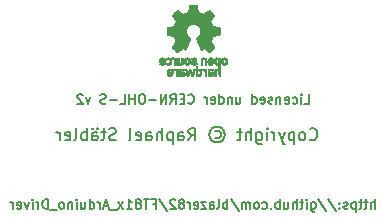
<source format=gbr>
%TF.GenerationSoftware,KiCad,Pcbnew,(5.1.6-0-10_14)*%
%TF.CreationDate,2020-07-08T17:08:28+02:00*%
%TF.ProjectId,driver-board,64726976-6572-42d6-926f-6172642e6b69,rev?*%
%TF.SameCoordinates,Original*%
%TF.FileFunction,Legend,Bot*%
%TF.FilePolarity,Positive*%
%FSLAX46Y46*%
G04 Gerber Fmt 4.6, Leading zero omitted, Abs format (unit mm)*
G04 Created by KiCad (PCBNEW (5.1.6-0-10_14)) date 2020-07-08 17:08:28*
%MOMM*%
%LPD*%
G01*
G04 APERTURE LIST*
%ADD10C,0.150000*%
%ADD11C,0.010000*%
G04 APERTURE END LIST*
D10*
X147790476Y-76461904D02*
X147790476Y-75661904D01*
X147447619Y-76461904D02*
X147447619Y-76042857D01*
X147485714Y-75966666D01*
X147561904Y-75928571D01*
X147676190Y-75928571D01*
X147752380Y-75966666D01*
X147790476Y-76004761D01*
X147180952Y-75928571D02*
X146876190Y-75928571D01*
X147066666Y-75661904D02*
X147066666Y-76347619D01*
X147028571Y-76423809D01*
X146952380Y-76461904D01*
X146876190Y-76461904D01*
X146723809Y-75928571D02*
X146419047Y-75928571D01*
X146609523Y-75661904D02*
X146609523Y-76347619D01*
X146571428Y-76423809D01*
X146495238Y-76461904D01*
X146419047Y-76461904D01*
X146152380Y-75928571D02*
X146152380Y-76728571D01*
X146152380Y-75966666D02*
X146076190Y-75928571D01*
X145923809Y-75928571D01*
X145847619Y-75966666D01*
X145809523Y-76004761D01*
X145771428Y-76080952D01*
X145771428Y-76309523D01*
X145809523Y-76385714D01*
X145847619Y-76423809D01*
X145923809Y-76461904D01*
X146076190Y-76461904D01*
X146152380Y-76423809D01*
X145466666Y-76423809D02*
X145390476Y-76461904D01*
X145238095Y-76461904D01*
X145161904Y-76423809D01*
X145123809Y-76347619D01*
X145123809Y-76309523D01*
X145161904Y-76233333D01*
X145238095Y-76195238D01*
X145352380Y-76195238D01*
X145428571Y-76157142D01*
X145466666Y-76080952D01*
X145466666Y-76042857D01*
X145428571Y-75966666D01*
X145352380Y-75928571D01*
X145238095Y-75928571D01*
X145161904Y-75966666D01*
X144780952Y-76385714D02*
X144742857Y-76423809D01*
X144780952Y-76461904D01*
X144819047Y-76423809D01*
X144780952Y-76385714D01*
X144780952Y-76461904D01*
X144780952Y-75966666D02*
X144742857Y-76004761D01*
X144780952Y-76042857D01*
X144819047Y-76004761D01*
X144780952Y-75966666D01*
X144780952Y-76042857D01*
X143828571Y-75623809D02*
X144514285Y-76652380D01*
X142990476Y-75623809D02*
X143676190Y-76652380D01*
X142380952Y-75928571D02*
X142380952Y-76576190D01*
X142419047Y-76652380D01*
X142457142Y-76690476D01*
X142533333Y-76728571D01*
X142647619Y-76728571D01*
X142723809Y-76690476D01*
X142380952Y-76423809D02*
X142457142Y-76461904D01*
X142609523Y-76461904D01*
X142685714Y-76423809D01*
X142723809Y-76385714D01*
X142761904Y-76309523D01*
X142761904Y-76080952D01*
X142723809Y-76004761D01*
X142685714Y-75966666D01*
X142609523Y-75928571D01*
X142457142Y-75928571D01*
X142380952Y-75966666D01*
X142000000Y-76461904D02*
X142000000Y-75928571D01*
X142000000Y-75661904D02*
X142038095Y-75700000D01*
X142000000Y-75738095D01*
X141961904Y-75700000D01*
X142000000Y-75661904D01*
X142000000Y-75738095D01*
X141733333Y-75928571D02*
X141428571Y-75928571D01*
X141619047Y-75661904D02*
X141619047Y-76347619D01*
X141580952Y-76423809D01*
X141504761Y-76461904D01*
X141428571Y-76461904D01*
X141161904Y-76461904D02*
X141161904Y-75661904D01*
X140819047Y-76461904D02*
X140819047Y-76042857D01*
X140857142Y-75966666D01*
X140933333Y-75928571D01*
X141047619Y-75928571D01*
X141123809Y-75966666D01*
X141161904Y-76004761D01*
X140095238Y-75928571D02*
X140095238Y-76461904D01*
X140438095Y-75928571D02*
X140438095Y-76347619D01*
X140400000Y-76423809D01*
X140323809Y-76461904D01*
X140209523Y-76461904D01*
X140133333Y-76423809D01*
X140095238Y-76385714D01*
X139714285Y-76461904D02*
X139714285Y-75661904D01*
X139714285Y-75966666D02*
X139638095Y-75928571D01*
X139485714Y-75928571D01*
X139409523Y-75966666D01*
X139371428Y-76004761D01*
X139333333Y-76080952D01*
X139333333Y-76309523D01*
X139371428Y-76385714D01*
X139409523Y-76423809D01*
X139485714Y-76461904D01*
X139638095Y-76461904D01*
X139714285Y-76423809D01*
X138990476Y-76385714D02*
X138952380Y-76423809D01*
X138990476Y-76461904D01*
X139028571Y-76423809D01*
X138990476Y-76385714D01*
X138990476Y-76461904D01*
X138266666Y-76423809D02*
X138342857Y-76461904D01*
X138495238Y-76461904D01*
X138571428Y-76423809D01*
X138609523Y-76385714D01*
X138647619Y-76309523D01*
X138647619Y-76080952D01*
X138609523Y-76004761D01*
X138571428Y-75966666D01*
X138495238Y-75928571D01*
X138342857Y-75928571D01*
X138266666Y-75966666D01*
X137809523Y-76461904D02*
X137885714Y-76423809D01*
X137923809Y-76385714D01*
X137961904Y-76309523D01*
X137961904Y-76080952D01*
X137923809Y-76004761D01*
X137885714Y-75966666D01*
X137809523Y-75928571D01*
X137695238Y-75928571D01*
X137619047Y-75966666D01*
X137580952Y-76004761D01*
X137542857Y-76080952D01*
X137542857Y-76309523D01*
X137580952Y-76385714D01*
X137619047Y-76423809D01*
X137695238Y-76461904D01*
X137809523Y-76461904D01*
X137200000Y-76461904D02*
X137200000Y-75928571D01*
X137200000Y-76004761D02*
X137161904Y-75966666D01*
X137085714Y-75928571D01*
X136971428Y-75928571D01*
X136895238Y-75966666D01*
X136857142Y-76042857D01*
X136857142Y-76461904D01*
X136857142Y-76042857D02*
X136819047Y-75966666D01*
X136742857Y-75928571D01*
X136628571Y-75928571D01*
X136552380Y-75966666D01*
X136514285Y-76042857D01*
X136514285Y-76461904D01*
X135561904Y-75623809D02*
X136247619Y-76652380D01*
X135295238Y-76461904D02*
X135295238Y-75661904D01*
X135295238Y-75966666D02*
X135219047Y-75928571D01*
X135066666Y-75928571D01*
X134990476Y-75966666D01*
X134952380Y-76004761D01*
X134914285Y-76080952D01*
X134914285Y-76309523D01*
X134952380Y-76385714D01*
X134990476Y-76423809D01*
X135066666Y-76461904D01*
X135219047Y-76461904D01*
X135295238Y-76423809D01*
X134457142Y-76461904D02*
X134533333Y-76423809D01*
X134571428Y-76347619D01*
X134571428Y-75661904D01*
X133809523Y-76461904D02*
X133809523Y-76042857D01*
X133847619Y-75966666D01*
X133923809Y-75928571D01*
X134076190Y-75928571D01*
X134152380Y-75966666D01*
X133809523Y-76423809D02*
X133885714Y-76461904D01*
X134076190Y-76461904D01*
X134152380Y-76423809D01*
X134190476Y-76347619D01*
X134190476Y-76271428D01*
X134152380Y-76195238D01*
X134076190Y-76157142D01*
X133885714Y-76157142D01*
X133809523Y-76119047D01*
X133504761Y-75928571D02*
X133085714Y-75928571D01*
X133504761Y-76461904D01*
X133085714Y-76461904D01*
X132476190Y-76423809D02*
X132552380Y-76461904D01*
X132704761Y-76461904D01*
X132780952Y-76423809D01*
X132819047Y-76347619D01*
X132819047Y-76042857D01*
X132780952Y-75966666D01*
X132704761Y-75928571D01*
X132552380Y-75928571D01*
X132476190Y-75966666D01*
X132438095Y-76042857D01*
X132438095Y-76119047D01*
X132819047Y-76195238D01*
X132095238Y-76461904D02*
X132095238Y-75928571D01*
X132095238Y-76080952D02*
X132057142Y-76004761D01*
X132019047Y-75966666D01*
X131942857Y-75928571D01*
X131866666Y-75928571D01*
X131485714Y-76004761D02*
X131561904Y-75966666D01*
X131600000Y-75928571D01*
X131638095Y-75852380D01*
X131638095Y-75814285D01*
X131600000Y-75738095D01*
X131561904Y-75700000D01*
X131485714Y-75661904D01*
X131333333Y-75661904D01*
X131257142Y-75700000D01*
X131219047Y-75738095D01*
X131180952Y-75814285D01*
X131180952Y-75852380D01*
X131219047Y-75928571D01*
X131257142Y-75966666D01*
X131333333Y-76004761D01*
X131485714Y-76004761D01*
X131561904Y-76042857D01*
X131600000Y-76080952D01*
X131638095Y-76157142D01*
X131638095Y-76309523D01*
X131600000Y-76385714D01*
X131561904Y-76423809D01*
X131485714Y-76461904D01*
X131333333Y-76461904D01*
X131257142Y-76423809D01*
X131219047Y-76385714D01*
X131180952Y-76309523D01*
X131180952Y-76157142D01*
X131219047Y-76080952D01*
X131257142Y-76042857D01*
X131333333Y-76004761D01*
X130876190Y-75738095D02*
X130838095Y-75700000D01*
X130761904Y-75661904D01*
X130571428Y-75661904D01*
X130495238Y-75700000D01*
X130457142Y-75738095D01*
X130419047Y-75814285D01*
X130419047Y-75890476D01*
X130457142Y-76004761D01*
X130914285Y-76461904D01*
X130419047Y-76461904D01*
X129504761Y-75623809D02*
X130190476Y-76652380D01*
X128971428Y-76042857D02*
X129238095Y-76042857D01*
X129238095Y-76461904D02*
X129238095Y-75661904D01*
X128857142Y-75661904D01*
X128666666Y-75661904D02*
X128209523Y-75661904D01*
X128438095Y-76461904D02*
X128438095Y-75661904D01*
X127828571Y-76004761D02*
X127904761Y-75966666D01*
X127942857Y-75928571D01*
X127980952Y-75852380D01*
X127980952Y-75814285D01*
X127942857Y-75738095D01*
X127904761Y-75700000D01*
X127828571Y-75661904D01*
X127676190Y-75661904D01*
X127600000Y-75700000D01*
X127561904Y-75738095D01*
X127523809Y-75814285D01*
X127523809Y-75852380D01*
X127561904Y-75928571D01*
X127600000Y-75966666D01*
X127676190Y-76004761D01*
X127828571Y-76004761D01*
X127904761Y-76042857D01*
X127942857Y-76080952D01*
X127980952Y-76157142D01*
X127980952Y-76309523D01*
X127942857Y-76385714D01*
X127904761Y-76423809D01*
X127828571Y-76461904D01*
X127676190Y-76461904D01*
X127600000Y-76423809D01*
X127561904Y-76385714D01*
X127523809Y-76309523D01*
X127523809Y-76157142D01*
X127561904Y-76080952D01*
X127600000Y-76042857D01*
X127676190Y-76004761D01*
X126761904Y-76461904D02*
X127219047Y-76461904D01*
X126990476Y-76461904D02*
X126990476Y-75661904D01*
X127066666Y-75776190D01*
X127142857Y-75852380D01*
X127219047Y-75890476D01*
X126495238Y-76461904D02*
X126076190Y-75928571D01*
X126495238Y-75928571D02*
X126076190Y-76461904D01*
X125961904Y-76538095D02*
X125352380Y-76538095D01*
X125200000Y-76233333D02*
X124819047Y-76233333D01*
X125276190Y-76461904D02*
X125009523Y-75661904D01*
X124742857Y-76461904D01*
X124476190Y-76461904D02*
X124476190Y-75928571D01*
X124476190Y-76080952D02*
X124438095Y-76004761D01*
X124400000Y-75966666D01*
X124323809Y-75928571D01*
X124247619Y-75928571D01*
X123638095Y-76461904D02*
X123638095Y-75661904D01*
X123638095Y-76423809D02*
X123714285Y-76461904D01*
X123866666Y-76461904D01*
X123942857Y-76423809D01*
X123980952Y-76385714D01*
X124019047Y-76309523D01*
X124019047Y-76080952D01*
X123980952Y-76004761D01*
X123942857Y-75966666D01*
X123866666Y-75928571D01*
X123714285Y-75928571D01*
X123638095Y-75966666D01*
X122914285Y-75928571D02*
X122914285Y-76461904D01*
X123257142Y-75928571D02*
X123257142Y-76347619D01*
X123219047Y-76423809D01*
X123142857Y-76461904D01*
X123028571Y-76461904D01*
X122952380Y-76423809D01*
X122914285Y-76385714D01*
X122533333Y-76461904D02*
X122533333Y-75928571D01*
X122533333Y-75661904D02*
X122571428Y-75700000D01*
X122533333Y-75738095D01*
X122495238Y-75700000D01*
X122533333Y-75661904D01*
X122533333Y-75738095D01*
X122152380Y-75928571D02*
X122152380Y-76461904D01*
X122152380Y-76004761D02*
X122114285Y-75966666D01*
X122038095Y-75928571D01*
X121923809Y-75928571D01*
X121847619Y-75966666D01*
X121809523Y-76042857D01*
X121809523Y-76461904D01*
X121314285Y-76461904D02*
X121390476Y-76423809D01*
X121428571Y-76385714D01*
X121466666Y-76309523D01*
X121466666Y-76080952D01*
X121428571Y-76004761D01*
X121390476Y-75966666D01*
X121314285Y-75928571D01*
X121200000Y-75928571D01*
X121123809Y-75966666D01*
X121085714Y-76004761D01*
X121047619Y-76080952D01*
X121047619Y-76309523D01*
X121085714Y-76385714D01*
X121123809Y-76423809D01*
X121200000Y-76461904D01*
X121314285Y-76461904D01*
X120895238Y-76538095D02*
X120285714Y-76538095D01*
X120095238Y-76461904D02*
X120095238Y-75661904D01*
X119904761Y-75661904D01*
X119790476Y-75700000D01*
X119714285Y-75776190D01*
X119676190Y-75852380D01*
X119638095Y-76004761D01*
X119638095Y-76119047D01*
X119676190Y-76271428D01*
X119714285Y-76347619D01*
X119790476Y-76423809D01*
X119904761Y-76461904D01*
X120095238Y-76461904D01*
X119295238Y-76461904D02*
X119295238Y-75928571D01*
X119295238Y-76080952D02*
X119257142Y-76004761D01*
X119219047Y-75966666D01*
X119142857Y-75928571D01*
X119066666Y-75928571D01*
X118800000Y-76461904D02*
X118800000Y-75928571D01*
X118800000Y-75661904D02*
X118838095Y-75700000D01*
X118800000Y-75738095D01*
X118761904Y-75700000D01*
X118800000Y-75661904D01*
X118800000Y-75738095D01*
X118495238Y-75928571D02*
X118304761Y-76461904D01*
X118114285Y-75928571D01*
X117504761Y-76423809D02*
X117580952Y-76461904D01*
X117733333Y-76461904D01*
X117809523Y-76423809D01*
X117847619Y-76347619D01*
X117847619Y-76042857D01*
X117809523Y-75966666D01*
X117733333Y-75928571D01*
X117580952Y-75928571D01*
X117504761Y-75966666D01*
X117466666Y-76042857D01*
X117466666Y-76119047D01*
X117847619Y-76195238D01*
X117123809Y-76461904D02*
X117123809Y-75928571D01*
X117123809Y-76080952D02*
X117085714Y-76004761D01*
X117047619Y-75966666D01*
X116971428Y-75928571D01*
X116895238Y-75928571D01*
X142280952Y-70557142D02*
X142328571Y-70604761D01*
X142471428Y-70652380D01*
X142566666Y-70652380D01*
X142709523Y-70604761D01*
X142804761Y-70509523D01*
X142852380Y-70414285D01*
X142900000Y-70223809D01*
X142900000Y-70080952D01*
X142852380Y-69890476D01*
X142804761Y-69795238D01*
X142709523Y-69700000D01*
X142566666Y-69652380D01*
X142471428Y-69652380D01*
X142328571Y-69700000D01*
X142280952Y-69747619D01*
X141709523Y-70652380D02*
X141804761Y-70604761D01*
X141852380Y-70557142D01*
X141900000Y-70461904D01*
X141900000Y-70176190D01*
X141852380Y-70080952D01*
X141804761Y-70033333D01*
X141709523Y-69985714D01*
X141566666Y-69985714D01*
X141471428Y-70033333D01*
X141423809Y-70080952D01*
X141376190Y-70176190D01*
X141376190Y-70461904D01*
X141423809Y-70557142D01*
X141471428Y-70604761D01*
X141566666Y-70652380D01*
X141709523Y-70652380D01*
X140947619Y-69985714D02*
X140947619Y-70985714D01*
X140947619Y-70033333D02*
X140852380Y-69985714D01*
X140661904Y-69985714D01*
X140566666Y-70033333D01*
X140519047Y-70080952D01*
X140471428Y-70176190D01*
X140471428Y-70461904D01*
X140519047Y-70557142D01*
X140566666Y-70604761D01*
X140661904Y-70652380D01*
X140852380Y-70652380D01*
X140947619Y-70604761D01*
X140138095Y-69985714D02*
X139900000Y-70652380D01*
X139661904Y-69985714D02*
X139900000Y-70652380D01*
X139995238Y-70890476D01*
X140042857Y-70938095D01*
X140138095Y-70985714D01*
X139280952Y-70652380D02*
X139280952Y-69985714D01*
X139280952Y-70176190D02*
X139233333Y-70080952D01*
X139185714Y-70033333D01*
X139090476Y-69985714D01*
X138995238Y-69985714D01*
X138661904Y-70652380D02*
X138661904Y-69985714D01*
X138661904Y-69652380D02*
X138709523Y-69700000D01*
X138661904Y-69747619D01*
X138614285Y-69700000D01*
X138661904Y-69652380D01*
X138661904Y-69747619D01*
X137757142Y-69985714D02*
X137757142Y-70795238D01*
X137804761Y-70890476D01*
X137852380Y-70938095D01*
X137947619Y-70985714D01*
X138090476Y-70985714D01*
X138185714Y-70938095D01*
X137757142Y-70604761D02*
X137852380Y-70652380D01*
X138042857Y-70652380D01*
X138138095Y-70604761D01*
X138185714Y-70557142D01*
X138233333Y-70461904D01*
X138233333Y-70176190D01*
X138185714Y-70080952D01*
X138138095Y-70033333D01*
X138042857Y-69985714D01*
X137852380Y-69985714D01*
X137757142Y-70033333D01*
X137280952Y-70652380D02*
X137280952Y-69652380D01*
X136852380Y-70652380D02*
X136852380Y-70128571D01*
X136900000Y-70033333D01*
X136995238Y-69985714D01*
X137138095Y-69985714D01*
X137233333Y-70033333D01*
X137280952Y-70080952D01*
X136519047Y-69985714D02*
X136138095Y-69985714D01*
X136376190Y-69652380D02*
X136376190Y-70509523D01*
X136328571Y-70604761D01*
X136233333Y-70652380D01*
X136138095Y-70652380D01*
X134233333Y-69890476D02*
X134328571Y-69842857D01*
X134519047Y-69842857D01*
X134614285Y-69890476D01*
X134709523Y-69985714D01*
X134757142Y-70080952D01*
X134757142Y-70271428D01*
X134709523Y-70366666D01*
X134614285Y-70461904D01*
X134519047Y-70509523D01*
X134328571Y-70509523D01*
X134233333Y-70461904D01*
X134423809Y-69509523D02*
X134661904Y-69557142D01*
X134900000Y-69700000D01*
X135042857Y-69938095D01*
X135090476Y-70176190D01*
X135042857Y-70414285D01*
X134900000Y-70652380D01*
X134661904Y-70795238D01*
X134423809Y-70842857D01*
X134185714Y-70795238D01*
X133947619Y-70652380D01*
X133804761Y-70414285D01*
X133757142Y-70176190D01*
X133804761Y-69938095D01*
X133947619Y-69700000D01*
X134185714Y-69557142D01*
X134423809Y-69509523D01*
X131995238Y-70652380D02*
X132328571Y-70176190D01*
X132566666Y-70652380D02*
X132566666Y-69652380D01*
X132185714Y-69652380D01*
X132090476Y-69700000D01*
X132042857Y-69747619D01*
X131995238Y-69842857D01*
X131995238Y-69985714D01*
X132042857Y-70080952D01*
X132090476Y-70128571D01*
X132185714Y-70176190D01*
X132566666Y-70176190D01*
X131138095Y-70652380D02*
X131138095Y-70128571D01*
X131185714Y-70033333D01*
X131280952Y-69985714D01*
X131471428Y-69985714D01*
X131566666Y-70033333D01*
X131138095Y-70604761D02*
X131233333Y-70652380D01*
X131471428Y-70652380D01*
X131566666Y-70604761D01*
X131614285Y-70509523D01*
X131614285Y-70414285D01*
X131566666Y-70319047D01*
X131471428Y-70271428D01*
X131233333Y-70271428D01*
X131138095Y-70223809D01*
X130661904Y-69985714D02*
X130661904Y-70985714D01*
X130661904Y-70033333D02*
X130566666Y-69985714D01*
X130376190Y-69985714D01*
X130280952Y-70033333D01*
X130233333Y-70080952D01*
X130185714Y-70176190D01*
X130185714Y-70461904D01*
X130233333Y-70557142D01*
X130280952Y-70604761D01*
X130376190Y-70652380D01*
X130566666Y-70652380D01*
X130661904Y-70604761D01*
X129757142Y-70652380D02*
X129757142Y-69652380D01*
X129328571Y-70652380D02*
X129328571Y-70128571D01*
X129376190Y-70033333D01*
X129471428Y-69985714D01*
X129614285Y-69985714D01*
X129709523Y-70033333D01*
X129757142Y-70080952D01*
X128423809Y-70652380D02*
X128423809Y-70128571D01*
X128471428Y-70033333D01*
X128566666Y-69985714D01*
X128757142Y-69985714D01*
X128852380Y-70033333D01*
X128423809Y-70604761D02*
X128519047Y-70652380D01*
X128757142Y-70652380D01*
X128852380Y-70604761D01*
X128900000Y-70509523D01*
X128900000Y-70414285D01*
X128852380Y-70319047D01*
X128757142Y-70271428D01*
X128519047Y-70271428D01*
X128423809Y-70223809D01*
X127566666Y-70604761D02*
X127661904Y-70652380D01*
X127852380Y-70652380D01*
X127947619Y-70604761D01*
X127995238Y-70509523D01*
X127995238Y-70128571D01*
X127947619Y-70033333D01*
X127852380Y-69985714D01*
X127661904Y-69985714D01*
X127566666Y-70033333D01*
X127519047Y-70128571D01*
X127519047Y-70223809D01*
X127995238Y-70319047D01*
X126947619Y-70652380D02*
X127042857Y-70604761D01*
X127090476Y-70509523D01*
X127090476Y-69652380D01*
X125852380Y-70604761D02*
X125709523Y-70652380D01*
X125471428Y-70652380D01*
X125376190Y-70604761D01*
X125328571Y-70557142D01*
X125280952Y-70461904D01*
X125280952Y-70366666D01*
X125328571Y-70271428D01*
X125376190Y-70223809D01*
X125471428Y-70176190D01*
X125661904Y-70128571D01*
X125757142Y-70080952D01*
X125804761Y-70033333D01*
X125852380Y-69938095D01*
X125852380Y-69842857D01*
X125804761Y-69747619D01*
X125757142Y-69700000D01*
X125661904Y-69652380D01*
X125423809Y-69652380D01*
X125280952Y-69700000D01*
X124995238Y-69985714D02*
X124614285Y-69985714D01*
X124852380Y-69652380D02*
X124852380Y-70509523D01*
X124804761Y-70604761D01*
X124709523Y-70652380D01*
X124614285Y-70652380D01*
X123852380Y-70652380D02*
X123852380Y-70128571D01*
X123900000Y-70033333D01*
X123995238Y-69985714D01*
X124185714Y-69985714D01*
X124280952Y-70033333D01*
X123852380Y-70604761D02*
X123947619Y-70652380D01*
X124185714Y-70652380D01*
X124280952Y-70604761D01*
X124328571Y-70509523D01*
X124328571Y-70414285D01*
X124280952Y-70319047D01*
X124185714Y-70271428D01*
X123947619Y-70271428D01*
X123852380Y-70223809D01*
X124280952Y-69652380D02*
X124233333Y-69700000D01*
X124280952Y-69747619D01*
X124328571Y-69700000D01*
X124280952Y-69652380D01*
X124280952Y-69747619D01*
X123900000Y-69652380D02*
X123852380Y-69700000D01*
X123900000Y-69747619D01*
X123947619Y-69700000D01*
X123900000Y-69652380D01*
X123900000Y-69747619D01*
X123376190Y-70652380D02*
X123376190Y-69652380D01*
X123376190Y-70033333D02*
X123280952Y-69985714D01*
X123090476Y-69985714D01*
X122995238Y-70033333D01*
X122947619Y-70080952D01*
X122900000Y-70176190D01*
X122900000Y-70461904D01*
X122947619Y-70557142D01*
X122995238Y-70604761D01*
X123090476Y-70652380D01*
X123280952Y-70652380D01*
X123376190Y-70604761D01*
X122328571Y-70652380D02*
X122423809Y-70604761D01*
X122471428Y-70509523D01*
X122471428Y-69652380D01*
X121566666Y-70604761D02*
X121661904Y-70652380D01*
X121852380Y-70652380D01*
X121947619Y-70604761D01*
X121995238Y-70509523D01*
X121995238Y-70128571D01*
X121947619Y-70033333D01*
X121852380Y-69985714D01*
X121661904Y-69985714D01*
X121566666Y-70033333D01*
X121519047Y-70128571D01*
X121519047Y-70223809D01*
X121995238Y-70319047D01*
X121090476Y-70652380D02*
X121090476Y-69985714D01*
X121090476Y-70176190D02*
X121042857Y-70080952D01*
X120995238Y-70033333D01*
X120900000Y-69985714D01*
X120804761Y-69985714D01*
X141809523Y-67561904D02*
X142190476Y-67561904D01*
X142190476Y-66761904D01*
X141542857Y-67561904D02*
X141542857Y-67028571D01*
X141542857Y-66761904D02*
X141580952Y-66800000D01*
X141542857Y-66838095D01*
X141504761Y-66800000D01*
X141542857Y-66761904D01*
X141542857Y-66838095D01*
X140819047Y-67523809D02*
X140895238Y-67561904D01*
X141047619Y-67561904D01*
X141123809Y-67523809D01*
X141161904Y-67485714D01*
X141200000Y-67409523D01*
X141200000Y-67180952D01*
X141161904Y-67104761D01*
X141123809Y-67066666D01*
X141047619Y-67028571D01*
X140895238Y-67028571D01*
X140819047Y-67066666D01*
X140171428Y-67523809D02*
X140247619Y-67561904D01*
X140400000Y-67561904D01*
X140476190Y-67523809D01*
X140514285Y-67447619D01*
X140514285Y-67142857D01*
X140476190Y-67066666D01*
X140400000Y-67028571D01*
X140247619Y-67028571D01*
X140171428Y-67066666D01*
X140133333Y-67142857D01*
X140133333Y-67219047D01*
X140514285Y-67295238D01*
X139790476Y-67028571D02*
X139790476Y-67561904D01*
X139790476Y-67104761D02*
X139752380Y-67066666D01*
X139676190Y-67028571D01*
X139561904Y-67028571D01*
X139485714Y-67066666D01*
X139447619Y-67142857D01*
X139447619Y-67561904D01*
X139104761Y-67523809D02*
X139028571Y-67561904D01*
X138876190Y-67561904D01*
X138800000Y-67523809D01*
X138761904Y-67447619D01*
X138761904Y-67409523D01*
X138800000Y-67333333D01*
X138876190Y-67295238D01*
X138990476Y-67295238D01*
X139066666Y-67257142D01*
X139104761Y-67180952D01*
X139104761Y-67142857D01*
X139066666Y-67066666D01*
X138990476Y-67028571D01*
X138876190Y-67028571D01*
X138800000Y-67066666D01*
X138114285Y-67523809D02*
X138190476Y-67561904D01*
X138342857Y-67561904D01*
X138419047Y-67523809D01*
X138457142Y-67447619D01*
X138457142Y-67142857D01*
X138419047Y-67066666D01*
X138342857Y-67028571D01*
X138190476Y-67028571D01*
X138114285Y-67066666D01*
X138076190Y-67142857D01*
X138076190Y-67219047D01*
X138457142Y-67295238D01*
X137390476Y-67561904D02*
X137390476Y-66761904D01*
X137390476Y-67523809D02*
X137466666Y-67561904D01*
X137619047Y-67561904D01*
X137695238Y-67523809D01*
X137733333Y-67485714D01*
X137771428Y-67409523D01*
X137771428Y-67180952D01*
X137733333Y-67104761D01*
X137695238Y-67066666D01*
X137619047Y-67028571D01*
X137466666Y-67028571D01*
X137390476Y-67066666D01*
X136057142Y-67028571D02*
X136057142Y-67561904D01*
X136400000Y-67028571D02*
X136400000Y-67447619D01*
X136361904Y-67523809D01*
X136285714Y-67561904D01*
X136171428Y-67561904D01*
X136095238Y-67523809D01*
X136057142Y-67485714D01*
X135676190Y-67028571D02*
X135676190Y-67561904D01*
X135676190Y-67104761D02*
X135638095Y-67066666D01*
X135561904Y-67028571D01*
X135447619Y-67028571D01*
X135371428Y-67066666D01*
X135333333Y-67142857D01*
X135333333Y-67561904D01*
X134609523Y-67561904D02*
X134609523Y-66761904D01*
X134609523Y-67523809D02*
X134685714Y-67561904D01*
X134838095Y-67561904D01*
X134914285Y-67523809D01*
X134952380Y-67485714D01*
X134990476Y-67409523D01*
X134990476Y-67180952D01*
X134952380Y-67104761D01*
X134914285Y-67066666D01*
X134838095Y-67028571D01*
X134685714Y-67028571D01*
X134609523Y-67066666D01*
X133923809Y-67523809D02*
X133999999Y-67561904D01*
X134152380Y-67561904D01*
X134228571Y-67523809D01*
X134266666Y-67447619D01*
X134266666Y-67142857D01*
X134228571Y-67066666D01*
X134152380Y-67028571D01*
X133999999Y-67028571D01*
X133923809Y-67066666D01*
X133885714Y-67142857D01*
X133885714Y-67219047D01*
X134266666Y-67295238D01*
X133542857Y-67561904D02*
X133542857Y-67028571D01*
X133542857Y-67180952D02*
X133504761Y-67104761D01*
X133466666Y-67066666D01*
X133390476Y-67028571D01*
X133314285Y-67028571D01*
X131980952Y-67485714D02*
X132019047Y-67523809D01*
X132133333Y-67561904D01*
X132209523Y-67561904D01*
X132323809Y-67523809D01*
X132399999Y-67447619D01*
X132438095Y-67371428D01*
X132476190Y-67219047D01*
X132476190Y-67104761D01*
X132438095Y-66952380D01*
X132399999Y-66876190D01*
X132323809Y-66800000D01*
X132209523Y-66761904D01*
X132133333Y-66761904D01*
X132019047Y-66800000D01*
X131980952Y-66838095D01*
X131638095Y-67142857D02*
X131371428Y-67142857D01*
X131257142Y-67561904D02*
X131638095Y-67561904D01*
X131638095Y-66761904D01*
X131257142Y-66761904D01*
X130457142Y-67561904D02*
X130723809Y-67180952D01*
X130914285Y-67561904D02*
X130914285Y-66761904D01*
X130609523Y-66761904D01*
X130533333Y-66800000D01*
X130495238Y-66838095D01*
X130457142Y-66914285D01*
X130457142Y-67028571D01*
X130495238Y-67104761D01*
X130533333Y-67142857D01*
X130609523Y-67180952D01*
X130914285Y-67180952D01*
X130114285Y-67561904D02*
X130114285Y-66761904D01*
X129657142Y-67561904D01*
X129657142Y-66761904D01*
X129276190Y-67257142D02*
X128666666Y-67257142D01*
X128133333Y-66761904D02*
X127980952Y-66761904D01*
X127904761Y-66800000D01*
X127828571Y-66876190D01*
X127790476Y-67028571D01*
X127790476Y-67295238D01*
X127828571Y-67447619D01*
X127904761Y-67523809D01*
X127980952Y-67561904D01*
X128133333Y-67561904D01*
X128209523Y-67523809D01*
X128285714Y-67447619D01*
X128323809Y-67295238D01*
X128323809Y-67028571D01*
X128285714Y-66876190D01*
X128209523Y-66800000D01*
X128133333Y-66761904D01*
X127447619Y-67561904D02*
X127447619Y-66761904D01*
X127447619Y-67142857D02*
X126990476Y-67142857D01*
X126990476Y-67561904D02*
X126990476Y-66761904D01*
X126228571Y-67561904D02*
X126609523Y-67561904D01*
X126609523Y-66761904D01*
X125961904Y-67257142D02*
X125352380Y-67257142D01*
X125009523Y-67523809D02*
X124895238Y-67561904D01*
X124704761Y-67561904D01*
X124628571Y-67523809D01*
X124590476Y-67485714D01*
X124552380Y-67409523D01*
X124552380Y-67333333D01*
X124590476Y-67257142D01*
X124628571Y-67219047D01*
X124704761Y-67180952D01*
X124857142Y-67142857D01*
X124933333Y-67104761D01*
X124971428Y-67066666D01*
X125009523Y-66990476D01*
X125009523Y-66914285D01*
X124971428Y-66838095D01*
X124933333Y-66800000D01*
X124857142Y-66761904D01*
X124666666Y-66761904D01*
X124552380Y-66800000D01*
X123676190Y-67028571D02*
X123485714Y-67561904D01*
X123295238Y-67028571D01*
X123028571Y-66838095D02*
X122990476Y-66800000D01*
X122914285Y-66761904D01*
X122723809Y-66761904D01*
X122647619Y-66800000D01*
X122609523Y-66838095D01*
X122571428Y-66914285D01*
X122571428Y-66990476D01*
X122609523Y-67104761D01*
X123066666Y-67561904D01*
X122571428Y-67561904D01*
D11*
%TO.C,REF\u002A\u002A*%
G36*
X134308759Y-63669184D02*
G01*
X134282247Y-63682282D01*
X134249553Y-63705106D01*
X134225725Y-63729996D01*
X134209406Y-63761249D01*
X134199240Y-63803166D01*
X134193872Y-63860044D01*
X134191944Y-63936184D01*
X134191831Y-63968917D01*
X134192161Y-64040656D01*
X134193527Y-64091927D01*
X134196500Y-64127404D01*
X134201649Y-64151763D01*
X134209543Y-64169680D01*
X134217757Y-64181902D01*
X134270187Y-64233905D01*
X134331930Y-64265184D01*
X134398536Y-64274592D01*
X134465558Y-64260980D01*
X134486792Y-64251354D01*
X134537624Y-64224859D01*
X134537624Y-64640052D01*
X134500525Y-64620868D01*
X134451643Y-64606025D01*
X134391561Y-64602222D01*
X134331564Y-64609243D01*
X134286256Y-64625013D01*
X134248675Y-64655047D01*
X134216564Y-64698024D01*
X134214150Y-64702436D01*
X134203967Y-64723221D01*
X134196530Y-64744170D01*
X134191411Y-64769548D01*
X134188181Y-64803618D01*
X134186413Y-64850641D01*
X134185677Y-64914882D01*
X134185544Y-64987176D01*
X134185544Y-65217822D01*
X134323861Y-65217822D01*
X134323861Y-64792533D01*
X134362549Y-64759979D01*
X134402738Y-64733940D01*
X134440797Y-64729205D01*
X134479066Y-64741389D01*
X134499462Y-64753320D01*
X134514642Y-64770313D01*
X134525438Y-64795995D01*
X134532683Y-64833991D01*
X134537208Y-64887926D01*
X134539844Y-64961425D01*
X134540772Y-65010347D01*
X134543911Y-65211535D01*
X134609926Y-65215336D01*
X134675940Y-65219136D01*
X134675940Y-63970650D01*
X134537624Y-63970650D01*
X134534097Y-64040254D01*
X134522215Y-64088569D01*
X134500020Y-64118631D01*
X134465559Y-64133471D01*
X134430742Y-64136436D01*
X134391329Y-64133028D01*
X134365171Y-64119617D01*
X134348814Y-64101896D01*
X134335937Y-64082835D01*
X134328272Y-64061601D01*
X134324861Y-64031849D01*
X134324749Y-63987236D01*
X134325897Y-63949880D01*
X134328532Y-63893604D01*
X134332456Y-63856658D01*
X134339063Y-63833223D01*
X134349749Y-63817480D01*
X134359833Y-63808380D01*
X134401970Y-63788537D01*
X134451840Y-63785332D01*
X134480476Y-63792168D01*
X134508828Y-63816464D01*
X134527609Y-63863728D01*
X134536712Y-63933624D01*
X134537624Y-63970650D01*
X134675940Y-63970650D01*
X134675940Y-63658614D01*
X134606782Y-63658614D01*
X134565260Y-63660256D01*
X134543838Y-63666087D01*
X134537626Y-63677461D01*
X134537624Y-63677798D01*
X134534742Y-63688938D01*
X134522030Y-63687673D01*
X134496757Y-63675433D01*
X134437869Y-63656707D01*
X134371615Y-63654739D01*
X134308759Y-63669184D01*
G37*
X134308759Y-63669184D02*
X134282247Y-63682282D01*
X134249553Y-63705106D01*
X134225725Y-63729996D01*
X134209406Y-63761249D01*
X134199240Y-63803166D01*
X134193872Y-63860044D01*
X134191944Y-63936184D01*
X134191831Y-63968917D01*
X134192161Y-64040656D01*
X134193527Y-64091927D01*
X134196500Y-64127404D01*
X134201649Y-64151763D01*
X134209543Y-64169680D01*
X134217757Y-64181902D01*
X134270187Y-64233905D01*
X134331930Y-64265184D01*
X134398536Y-64274592D01*
X134465558Y-64260980D01*
X134486792Y-64251354D01*
X134537624Y-64224859D01*
X134537624Y-64640052D01*
X134500525Y-64620868D01*
X134451643Y-64606025D01*
X134391561Y-64602222D01*
X134331564Y-64609243D01*
X134286256Y-64625013D01*
X134248675Y-64655047D01*
X134216564Y-64698024D01*
X134214150Y-64702436D01*
X134203967Y-64723221D01*
X134196530Y-64744170D01*
X134191411Y-64769548D01*
X134188181Y-64803618D01*
X134186413Y-64850641D01*
X134185677Y-64914882D01*
X134185544Y-64987176D01*
X134185544Y-65217822D01*
X134323861Y-65217822D01*
X134323861Y-64792533D01*
X134362549Y-64759979D01*
X134402738Y-64733940D01*
X134440797Y-64729205D01*
X134479066Y-64741389D01*
X134499462Y-64753320D01*
X134514642Y-64770313D01*
X134525438Y-64795995D01*
X134532683Y-64833991D01*
X134537208Y-64887926D01*
X134539844Y-64961425D01*
X134540772Y-65010347D01*
X134543911Y-65211535D01*
X134609926Y-65215336D01*
X134675940Y-65219136D01*
X134675940Y-63970650D01*
X134537624Y-63970650D01*
X134534097Y-64040254D01*
X134522215Y-64088569D01*
X134500020Y-64118631D01*
X134465559Y-64133471D01*
X134430742Y-64136436D01*
X134391329Y-64133028D01*
X134365171Y-64119617D01*
X134348814Y-64101896D01*
X134335937Y-64082835D01*
X134328272Y-64061601D01*
X134324861Y-64031849D01*
X134324749Y-63987236D01*
X134325897Y-63949880D01*
X134328532Y-63893604D01*
X134332456Y-63856658D01*
X134339063Y-63833223D01*
X134349749Y-63817480D01*
X134359833Y-63808380D01*
X134401970Y-63788537D01*
X134451840Y-63785332D01*
X134480476Y-63792168D01*
X134508828Y-63816464D01*
X134527609Y-63863728D01*
X134536712Y-63933624D01*
X134537624Y-63970650D01*
X134675940Y-63970650D01*
X134675940Y-63658614D01*
X134606782Y-63658614D01*
X134565260Y-63660256D01*
X134543838Y-63666087D01*
X134537626Y-63677461D01*
X134537624Y-63677798D01*
X134534742Y-63688938D01*
X134522030Y-63687673D01*
X134496757Y-63675433D01*
X134437869Y-63656707D01*
X134371615Y-63654739D01*
X134308759Y-63669184D01*
G36*
X133784210Y-64606555D02*
G01*
X133725055Y-64622339D01*
X133680023Y-64650948D01*
X133648246Y-64688419D01*
X133638366Y-64704411D01*
X133631073Y-64721163D01*
X133625974Y-64742592D01*
X133622679Y-64772616D01*
X133620797Y-64815154D01*
X133619937Y-64874122D01*
X133619707Y-64953440D01*
X133619703Y-64974484D01*
X133619703Y-65217822D01*
X133680059Y-65217822D01*
X133718557Y-65215126D01*
X133747023Y-65208295D01*
X133754155Y-65204083D01*
X133773652Y-65196813D01*
X133793566Y-65204083D01*
X133826353Y-65213160D01*
X133873978Y-65216813D01*
X133926764Y-65215228D01*
X133975036Y-65208589D01*
X134003218Y-65200072D01*
X134057753Y-65165063D01*
X134091835Y-65116479D01*
X134107157Y-65051882D01*
X134107299Y-65050223D01*
X134105955Y-65021566D01*
X133984356Y-65021566D01*
X133973726Y-65054161D01*
X133956410Y-65072505D01*
X133921652Y-65086379D01*
X133875773Y-65091917D01*
X133828988Y-65089191D01*
X133791514Y-65078274D01*
X133781015Y-65071269D01*
X133762668Y-65038904D01*
X133758020Y-65002111D01*
X133758020Y-64953763D01*
X133827582Y-64953763D01*
X133893667Y-64958850D01*
X133943764Y-64973263D01*
X133974929Y-64995729D01*
X133984356Y-65021566D01*
X134105955Y-65021566D01*
X134103987Y-64979647D01*
X134080710Y-64923845D01*
X134036948Y-64881647D01*
X134030899Y-64877808D01*
X134004907Y-64865309D01*
X133972735Y-64857740D01*
X133927760Y-64854061D01*
X133874331Y-64853216D01*
X133758020Y-64853169D01*
X133758020Y-64804411D01*
X133762953Y-64766581D01*
X133775543Y-64741236D01*
X133777017Y-64739887D01*
X133805034Y-64728800D01*
X133847326Y-64724503D01*
X133894064Y-64726615D01*
X133935418Y-64734756D01*
X133959957Y-64746965D01*
X133973253Y-64756746D01*
X133987294Y-64758613D01*
X134006671Y-64750600D01*
X134035976Y-64730739D01*
X134079803Y-64697063D01*
X134083825Y-64693909D01*
X134081764Y-64682236D01*
X134064568Y-64662822D01*
X134038433Y-64641248D01*
X134009552Y-64623096D01*
X134000478Y-64618809D01*
X133967380Y-64610256D01*
X133918880Y-64604155D01*
X133864695Y-64601708D01*
X133862161Y-64601703D01*
X133784210Y-64606555D01*
G37*
X133784210Y-64606555D02*
X133725055Y-64622339D01*
X133680023Y-64650948D01*
X133648246Y-64688419D01*
X133638366Y-64704411D01*
X133631073Y-64721163D01*
X133625974Y-64742592D01*
X133622679Y-64772616D01*
X133620797Y-64815154D01*
X133619937Y-64874122D01*
X133619707Y-64953440D01*
X133619703Y-64974484D01*
X133619703Y-65217822D01*
X133680059Y-65217822D01*
X133718557Y-65215126D01*
X133747023Y-65208295D01*
X133754155Y-65204083D01*
X133773652Y-65196813D01*
X133793566Y-65204083D01*
X133826353Y-65213160D01*
X133873978Y-65216813D01*
X133926764Y-65215228D01*
X133975036Y-65208589D01*
X134003218Y-65200072D01*
X134057753Y-65165063D01*
X134091835Y-65116479D01*
X134107157Y-65051882D01*
X134107299Y-65050223D01*
X134105955Y-65021566D01*
X133984356Y-65021566D01*
X133973726Y-65054161D01*
X133956410Y-65072505D01*
X133921652Y-65086379D01*
X133875773Y-65091917D01*
X133828988Y-65089191D01*
X133791514Y-65078274D01*
X133781015Y-65071269D01*
X133762668Y-65038904D01*
X133758020Y-65002111D01*
X133758020Y-64953763D01*
X133827582Y-64953763D01*
X133893667Y-64958850D01*
X133943764Y-64973263D01*
X133974929Y-64995729D01*
X133984356Y-65021566D01*
X134105955Y-65021566D01*
X134103987Y-64979647D01*
X134080710Y-64923845D01*
X134036948Y-64881647D01*
X134030899Y-64877808D01*
X134004907Y-64865309D01*
X133972735Y-64857740D01*
X133927760Y-64854061D01*
X133874331Y-64853216D01*
X133758020Y-64853169D01*
X133758020Y-64804411D01*
X133762953Y-64766581D01*
X133775543Y-64741236D01*
X133777017Y-64739887D01*
X133805034Y-64728800D01*
X133847326Y-64724503D01*
X133894064Y-64726615D01*
X133935418Y-64734756D01*
X133959957Y-64746965D01*
X133973253Y-64756746D01*
X133987294Y-64758613D01*
X134006671Y-64750600D01*
X134035976Y-64730739D01*
X134079803Y-64697063D01*
X134083825Y-64693909D01*
X134081764Y-64682236D01*
X134064568Y-64662822D01*
X134038433Y-64641248D01*
X134009552Y-64623096D01*
X134000478Y-64618809D01*
X133967380Y-64610256D01*
X133918880Y-64604155D01*
X133864695Y-64601708D01*
X133862161Y-64601703D01*
X133784210Y-64606555D01*
G36*
X133393356Y-64603020D02*
G01*
X133374539Y-64608660D01*
X133368473Y-64621053D01*
X133368218Y-64626647D01*
X133367129Y-64642230D01*
X133359632Y-64644676D01*
X133339381Y-64633993D01*
X133327351Y-64626694D01*
X133289400Y-64611063D01*
X133244072Y-64603334D01*
X133196544Y-64602740D01*
X133151995Y-64608513D01*
X133115602Y-64619884D01*
X133092543Y-64636088D01*
X133087996Y-64656355D01*
X133090291Y-64661843D01*
X133107020Y-64684626D01*
X133132963Y-64712647D01*
X133137655Y-64717177D01*
X133162383Y-64738005D01*
X133183718Y-64744735D01*
X133213555Y-64740038D01*
X133225508Y-64736917D01*
X133262705Y-64729421D01*
X133288859Y-64732792D01*
X133310946Y-64744681D01*
X133331178Y-64760635D01*
X133346079Y-64780700D01*
X133356434Y-64808702D01*
X133363029Y-64848467D01*
X133366649Y-64903823D01*
X133368078Y-64978594D01*
X133368218Y-65023740D01*
X133368218Y-65217822D01*
X133493960Y-65217822D01*
X133493960Y-64601683D01*
X133431089Y-64601683D01*
X133393356Y-64603020D01*
G37*
X133393356Y-64603020D02*
X133374539Y-64608660D01*
X133368473Y-64621053D01*
X133368218Y-64626647D01*
X133367129Y-64642230D01*
X133359632Y-64644676D01*
X133339381Y-64633993D01*
X133327351Y-64626694D01*
X133289400Y-64611063D01*
X133244072Y-64603334D01*
X133196544Y-64602740D01*
X133151995Y-64608513D01*
X133115602Y-64619884D01*
X133092543Y-64636088D01*
X133087996Y-64656355D01*
X133090291Y-64661843D01*
X133107020Y-64684626D01*
X133132963Y-64712647D01*
X133137655Y-64717177D01*
X133162383Y-64738005D01*
X133183718Y-64744735D01*
X133213555Y-64740038D01*
X133225508Y-64736917D01*
X133262705Y-64729421D01*
X133288859Y-64732792D01*
X133310946Y-64744681D01*
X133331178Y-64760635D01*
X133346079Y-64780700D01*
X133356434Y-64808702D01*
X133363029Y-64848467D01*
X133366649Y-64903823D01*
X133368078Y-64978594D01*
X133368218Y-65023740D01*
X133368218Y-65217822D01*
X133493960Y-65217822D01*
X133493960Y-64601683D01*
X133431089Y-64601683D01*
X133393356Y-64603020D01*
G36*
X132601188Y-65217822D02*
G01*
X132670346Y-65217822D01*
X132710488Y-65216645D01*
X132731394Y-65211772D01*
X132738922Y-65201186D01*
X132739505Y-65194029D01*
X132740774Y-65179676D01*
X132748779Y-65176923D01*
X132769815Y-65185771D01*
X132786173Y-65194029D01*
X132848977Y-65213597D01*
X132917248Y-65214729D01*
X132972752Y-65200135D01*
X133024438Y-65164877D01*
X133063838Y-65112835D01*
X133085413Y-65051450D01*
X133085962Y-65048018D01*
X133089167Y-65010571D01*
X133090761Y-64956813D01*
X133090633Y-64916155D01*
X132953279Y-64916155D01*
X132950097Y-64970194D01*
X132942859Y-65014735D01*
X132933060Y-65039888D01*
X132895989Y-65074260D01*
X132851974Y-65086582D01*
X132806584Y-65076618D01*
X132767797Y-65046895D01*
X132753108Y-65026905D01*
X132744519Y-65003050D01*
X132740496Y-64968230D01*
X132739505Y-64915930D01*
X132741278Y-64864139D01*
X132745963Y-64818634D01*
X132752603Y-64788181D01*
X132753710Y-64785452D01*
X132780491Y-64753000D01*
X132819579Y-64735183D01*
X132863315Y-64732306D01*
X132904038Y-64744674D01*
X132934087Y-64772593D01*
X132937204Y-64778148D01*
X132946961Y-64812022D01*
X132952277Y-64860728D01*
X132953279Y-64916155D01*
X133090633Y-64916155D01*
X133090568Y-64895540D01*
X133089664Y-64862563D01*
X133083514Y-64780981D01*
X133070733Y-64719730D01*
X133049471Y-64674449D01*
X133017878Y-64640779D01*
X132987207Y-64621014D01*
X132944354Y-64607120D01*
X132891056Y-64602354D01*
X132836480Y-64606236D01*
X132789792Y-64618282D01*
X132765124Y-64632693D01*
X132739505Y-64655878D01*
X132739505Y-64362773D01*
X132601188Y-64362773D01*
X132601188Y-65217822D01*
G37*
X132601188Y-65217822D02*
X132670346Y-65217822D01*
X132710488Y-65216645D01*
X132731394Y-65211772D01*
X132738922Y-65201186D01*
X132739505Y-65194029D01*
X132740774Y-65179676D01*
X132748779Y-65176923D01*
X132769815Y-65185771D01*
X132786173Y-65194029D01*
X132848977Y-65213597D01*
X132917248Y-65214729D01*
X132972752Y-65200135D01*
X133024438Y-65164877D01*
X133063838Y-65112835D01*
X133085413Y-65051450D01*
X133085962Y-65048018D01*
X133089167Y-65010571D01*
X133090761Y-64956813D01*
X133090633Y-64916155D01*
X132953279Y-64916155D01*
X132950097Y-64970194D01*
X132942859Y-65014735D01*
X132933060Y-65039888D01*
X132895989Y-65074260D01*
X132851974Y-65086582D01*
X132806584Y-65076618D01*
X132767797Y-65046895D01*
X132753108Y-65026905D01*
X132744519Y-65003050D01*
X132740496Y-64968230D01*
X132739505Y-64915930D01*
X132741278Y-64864139D01*
X132745963Y-64818634D01*
X132752603Y-64788181D01*
X132753710Y-64785452D01*
X132780491Y-64753000D01*
X132819579Y-64735183D01*
X132863315Y-64732306D01*
X132904038Y-64744674D01*
X132934087Y-64772593D01*
X132937204Y-64778148D01*
X132946961Y-64812022D01*
X132952277Y-64860728D01*
X132953279Y-64916155D01*
X133090633Y-64916155D01*
X133090568Y-64895540D01*
X133089664Y-64862563D01*
X133083514Y-64780981D01*
X133070733Y-64719730D01*
X133049471Y-64674449D01*
X133017878Y-64640779D01*
X132987207Y-64621014D01*
X132944354Y-64607120D01*
X132891056Y-64602354D01*
X132836480Y-64606236D01*
X132789792Y-64618282D01*
X132765124Y-64632693D01*
X132739505Y-64655878D01*
X132739505Y-64362773D01*
X132601188Y-64362773D01*
X132601188Y-65217822D01*
G36*
X132118476Y-64604237D02*
G01*
X132068745Y-64607971D01*
X131938709Y-64997773D01*
X131918322Y-64928614D01*
X131906054Y-64885874D01*
X131889915Y-64828115D01*
X131872488Y-64764625D01*
X131863274Y-64730570D01*
X131828612Y-64601683D01*
X131685609Y-64601683D01*
X131728354Y-64736857D01*
X131749404Y-64803342D01*
X131774833Y-64883539D01*
X131801390Y-64967193D01*
X131825098Y-65041782D01*
X131879098Y-65211535D01*
X131937402Y-65215328D01*
X131995705Y-65219122D01*
X132027321Y-65114734D01*
X132046818Y-65049889D01*
X132068096Y-64978400D01*
X132086692Y-64915263D01*
X132087426Y-64912750D01*
X132101316Y-64869969D01*
X132113571Y-64840779D01*
X132122154Y-64829741D01*
X132123918Y-64831018D01*
X132130109Y-64848130D01*
X132141872Y-64884787D01*
X132157775Y-64936378D01*
X132176386Y-64998294D01*
X132186457Y-65032352D01*
X132240993Y-65217822D01*
X132356736Y-65217822D01*
X132449263Y-64925471D01*
X132475256Y-64843462D01*
X132498934Y-64768987D01*
X132519180Y-64705544D01*
X132534874Y-64656632D01*
X132544898Y-64625749D01*
X132547945Y-64616726D01*
X132545533Y-64607487D01*
X132526592Y-64603441D01*
X132487177Y-64603846D01*
X132481007Y-64604152D01*
X132407914Y-64607971D01*
X132360043Y-64784010D01*
X132342447Y-64848211D01*
X132326723Y-64904649D01*
X132314254Y-64948422D01*
X132306426Y-64974630D01*
X132304980Y-64978903D01*
X132298986Y-64973990D01*
X132286899Y-64948532D01*
X132270107Y-64905997D01*
X132249997Y-64849850D01*
X132232997Y-64799130D01*
X132168206Y-64600504D01*
X132118476Y-64604237D01*
G37*
X132118476Y-64604237D02*
X132068745Y-64607971D01*
X131938709Y-64997773D01*
X131918322Y-64928614D01*
X131906054Y-64885874D01*
X131889915Y-64828115D01*
X131872488Y-64764625D01*
X131863274Y-64730570D01*
X131828612Y-64601683D01*
X131685609Y-64601683D01*
X131728354Y-64736857D01*
X131749404Y-64803342D01*
X131774833Y-64883539D01*
X131801390Y-64967193D01*
X131825098Y-65041782D01*
X131879098Y-65211535D01*
X131937402Y-65215328D01*
X131995705Y-65219122D01*
X132027321Y-65114734D01*
X132046818Y-65049889D01*
X132068096Y-64978400D01*
X132086692Y-64915263D01*
X132087426Y-64912750D01*
X132101316Y-64869969D01*
X132113571Y-64840779D01*
X132122154Y-64829741D01*
X132123918Y-64831018D01*
X132130109Y-64848130D01*
X132141872Y-64884787D01*
X132157775Y-64936378D01*
X132176386Y-64998294D01*
X132186457Y-65032352D01*
X132240993Y-65217822D01*
X132356736Y-65217822D01*
X132449263Y-64925471D01*
X132475256Y-64843462D01*
X132498934Y-64768987D01*
X132519180Y-64705544D01*
X132534874Y-64656632D01*
X132544898Y-64625749D01*
X132547945Y-64616726D01*
X132545533Y-64607487D01*
X132526592Y-64603441D01*
X132487177Y-64603846D01*
X132481007Y-64604152D01*
X132407914Y-64607971D01*
X132360043Y-64784010D01*
X132342447Y-64848211D01*
X132326723Y-64904649D01*
X132314254Y-64948422D01*
X132306426Y-64974630D01*
X132304980Y-64978903D01*
X132298986Y-64973990D01*
X132286899Y-64948532D01*
X132270107Y-64905997D01*
X132249997Y-64849850D01*
X132232997Y-64799130D01*
X132168206Y-64600504D01*
X132118476Y-64604237D01*
G36*
X131361589Y-64605417D02*
G01*
X131308589Y-64618290D01*
X131293269Y-64625110D01*
X131263572Y-64642974D01*
X131240780Y-64663093D01*
X131223917Y-64688962D01*
X131212002Y-64724073D01*
X131204058Y-64771920D01*
X131199106Y-64835996D01*
X131196169Y-64919794D01*
X131195053Y-64975768D01*
X131190948Y-65217822D01*
X131261068Y-65217822D01*
X131303607Y-65216038D01*
X131325524Y-65209942D01*
X131331188Y-65199706D01*
X131334179Y-65188637D01*
X131347549Y-65190754D01*
X131365767Y-65199629D01*
X131411376Y-65213233D01*
X131469993Y-65216899D01*
X131531646Y-65210903D01*
X131586362Y-65195521D01*
X131591270Y-65193386D01*
X131641277Y-65158255D01*
X131674244Y-65109419D01*
X131689413Y-65052333D01*
X131688254Y-65031824D01*
X131564492Y-65031824D01*
X131553587Y-65059425D01*
X131521255Y-65079204D01*
X131469090Y-65089819D01*
X131441213Y-65091228D01*
X131394753Y-65087620D01*
X131363871Y-65073597D01*
X131356336Y-65066931D01*
X131335924Y-65030666D01*
X131331188Y-64997773D01*
X131331188Y-64953763D01*
X131392487Y-64953763D01*
X131463744Y-64957395D01*
X131513724Y-64968818D01*
X131545304Y-64988824D01*
X131552374Y-64997743D01*
X131564492Y-65031824D01*
X131688254Y-65031824D01*
X131686029Y-64992456D01*
X131663337Y-64935244D01*
X131632376Y-64896580D01*
X131613624Y-64879864D01*
X131595267Y-64868878D01*
X131571381Y-64862180D01*
X131536043Y-64858326D01*
X131483331Y-64855873D01*
X131462423Y-64855168D01*
X131331188Y-64850879D01*
X131331380Y-64811158D01*
X131336463Y-64769405D01*
X131354838Y-64744158D01*
X131391961Y-64728030D01*
X131392957Y-64727742D01*
X131445590Y-64721400D01*
X131497094Y-64729684D01*
X131535370Y-64749827D01*
X131550728Y-64759773D01*
X131567270Y-64758397D01*
X131592725Y-64743987D01*
X131607672Y-64733817D01*
X131636909Y-64712088D01*
X131655020Y-64695800D01*
X131657926Y-64691137D01*
X131645960Y-64667005D01*
X131610604Y-64638185D01*
X131595247Y-64628461D01*
X131551099Y-64611714D01*
X131491602Y-64602227D01*
X131425513Y-64600095D01*
X131361589Y-64605417D01*
G37*
X131361589Y-64605417D02*
X131308589Y-64618290D01*
X131293269Y-64625110D01*
X131263572Y-64642974D01*
X131240780Y-64663093D01*
X131223917Y-64688962D01*
X131212002Y-64724073D01*
X131204058Y-64771920D01*
X131199106Y-64835996D01*
X131196169Y-64919794D01*
X131195053Y-64975768D01*
X131190948Y-65217822D01*
X131261068Y-65217822D01*
X131303607Y-65216038D01*
X131325524Y-65209942D01*
X131331188Y-65199706D01*
X131334179Y-65188637D01*
X131347549Y-65190754D01*
X131365767Y-65199629D01*
X131411376Y-65213233D01*
X131469993Y-65216899D01*
X131531646Y-65210903D01*
X131586362Y-65195521D01*
X131591270Y-65193386D01*
X131641277Y-65158255D01*
X131674244Y-65109419D01*
X131689413Y-65052333D01*
X131688254Y-65031824D01*
X131564492Y-65031824D01*
X131553587Y-65059425D01*
X131521255Y-65079204D01*
X131469090Y-65089819D01*
X131441213Y-65091228D01*
X131394753Y-65087620D01*
X131363871Y-65073597D01*
X131356336Y-65066931D01*
X131335924Y-65030666D01*
X131331188Y-64997773D01*
X131331188Y-64953763D01*
X131392487Y-64953763D01*
X131463744Y-64957395D01*
X131513724Y-64968818D01*
X131545304Y-64988824D01*
X131552374Y-64997743D01*
X131564492Y-65031824D01*
X131688254Y-65031824D01*
X131686029Y-64992456D01*
X131663337Y-64935244D01*
X131632376Y-64896580D01*
X131613624Y-64879864D01*
X131595267Y-64868878D01*
X131571381Y-64862180D01*
X131536043Y-64858326D01*
X131483331Y-64855873D01*
X131462423Y-64855168D01*
X131331188Y-64850879D01*
X131331380Y-64811158D01*
X131336463Y-64769405D01*
X131354838Y-64744158D01*
X131391961Y-64728030D01*
X131392957Y-64727742D01*
X131445590Y-64721400D01*
X131497094Y-64729684D01*
X131535370Y-64749827D01*
X131550728Y-64759773D01*
X131567270Y-64758397D01*
X131592725Y-64743987D01*
X131607672Y-64733817D01*
X131636909Y-64712088D01*
X131655020Y-64695800D01*
X131657926Y-64691137D01*
X131645960Y-64667005D01*
X131610604Y-64638185D01*
X131595247Y-64628461D01*
X131551099Y-64611714D01*
X131491602Y-64602227D01*
X131425513Y-64600095D01*
X131361589Y-64605417D01*
G36*
X130764745Y-64601486D02*
G01*
X130716405Y-64611015D01*
X130688886Y-64625125D01*
X130659936Y-64648568D01*
X130701124Y-64700571D01*
X130726518Y-64732064D01*
X130743762Y-64747428D01*
X130760898Y-64749776D01*
X130785973Y-64742217D01*
X130797743Y-64737941D01*
X130845730Y-64731631D01*
X130889676Y-64745156D01*
X130921940Y-64775710D01*
X130927181Y-64785452D01*
X130932888Y-64811258D01*
X130937294Y-64858817D01*
X130940189Y-64924758D01*
X130941369Y-65005710D01*
X130941386Y-65017226D01*
X130941386Y-65217822D01*
X131079703Y-65217822D01*
X131079703Y-64601683D01*
X131010544Y-64601683D01*
X130970667Y-64602725D01*
X130949893Y-64607358D01*
X130942211Y-64617849D01*
X130941386Y-64627745D01*
X130941386Y-64653806D01*
X130908255Y-64627745D01*
X130870265Y-64609965D01*
X130819230Y-64601174D01*
X130764745Y-64601486D01*
G37*
X130764745Y-64601486D02*
X130716405Y-64611015D01*
X130688886Y-64625125D01*
X130659936Y-64648568D01*
X130701124Y-64700571D01*
X130726518Y-64732064D01*
X130743762Y-64747428D01*
X130760898Y-64749776D01*
X130785973Y-64742217D01*
X130797743Y-64737941D01*
X130845730Y-64731631D01*
X130889676Y-64745156D01*
X130921940Y-64775710D01*
X130927181Y-64785452D01*
X130932888Y-64811258D01*
X130937294Y-64858817D01*
X130940189Y-64924758D01*
X130941369Y-65005710D01*
X130941386Y-65017226D01*
X130941386Y-65217822D01*
X131079703Y-65217822D01*
X131079703Y-64601683D01*
X131010544Y-64601683D01*
X130970667Y-64602725D01*
X130949893Y-64607358D01*
X130942211Y-64617849D01*
X130941386Y-64627745D01*
X130941386Y-64653806D01*
X130908255Y-64627745D01*
X130870265Y-64609965D01*
X130819230Y-64601174D01*
X130764745Y-64601486D01*
G36*
X130367419Y-64604970D02*
G01*
X130307315Y-64620597D01*
X130256979Y-64652848D01*
X130232607Y-64676940D01*
X130192655Y-64733895D01*
X130169758Y-64799965D01*
X130161892Y-64881182D01*
X130161852Y-64887748D01*
X130161782Y-64953763D01*
X130541736Y-64953763D01*
X130533637Y-64988342D01*
X130519013Y-65019659D01*
X130493419Y-65052291D01*
X130488065Y-65057500D01*
X130442057Y-65085694D01*
X130389590Y-65090475D01*
X130329197Y-65071926D01*
X130318960Y-65066931D01*
X130287561Y-65051745D01*
X130266530Y-65043094D01*
X130262861Y-65042293D01*
X130250052Y-65050063D01*
X130225622Y-65069072D01*
X130213221Y-65079460D01*
X130187524Y-65103321D01*
X130179085Y-65119077D01*
X130184942Y-65133571D01*
X130188072Y-65137534D01*
X130209275Y-65154879D01*
X130244262Y-65175959D01*
X130268663Y-65188265D01*
X130337928Y-65209946D01*
X130414612Y-65216971D01*
X130487235Y-65208647D01*
X130507574Y-65202686D01*
X130570524Y-65168952D01*
X130617185Y-65117045D01*
X130647827Y-65046459D01*
X130662718Y-64956692D01*
X130664353Y-64909753D01*
X130659579Y-64841413D01*
X130539010Y-64841413D01*
X130527348Y-64846465D01*
X130496002Y-64850429D01*
X130450429Y-64852768D01*
X130419554Y-64853169D01*
X130364019Y-64852783D01*
X130328967Y-64850975D01*
X130309738Y-64846773D01*
X130301670Y-64839203D01*
X130300099Y-64828218D01*
X130310879Y-64794381D01*
X130338020Y-64760940D01*
X130373723Y-64735272D01*
X130409440Y-64724772D01*
X130457952Y-64734086D01*
X130499947Y-64761013D01*
X130529064Y-64799827D01*
X130539010Y-64841413D01*
X130659579Y-64841413D01*
X130657401Y-64810236D01*
X130635945Y-64730949D01*
X130599530Y-64671263D01*
X130547703Y-64630549D01*
X130480010Y-64608179D01*
X130443338Y-64603871D01*
X130367419Y-64604970D01*
G37*
X130367419Y-64604970D02*
X130307315Y-64620597D01*
X130256979Y-64652848D01*
X130232607Y-64676940D01*
X130192655Y-64733895D01*
X130169758Y-64799965D01*
X130161892Y-64881182D01*
X130161852Y-64887748D01*
X130161782Y-64953763D01*
X130541736Y-64953763D01*
X130533637Y-64988342D01*
X130519013Y-65019659D01*
X130493419Y-65052291D01*
X130488065Y-65057500D01*
X130442057Y-65085694D01*
X130389590Y-65090475D01*
X130329197Y-65071926D01*
X130318960Y-65066931D01*
X130287561Y-65051745D01*
X130266530Y-65043094D01*
X130262861Y-65042293D01*
X130250052Y-65050063D01*
X130225622Y-65069072D01*
X130213221Y-65079460D01*
X130187524Y-65103321D01*
X130179085Y-65119077D01*
X130184942Y-65133571D01*
X130188072Y-65137534D01*
X130209275Y-65154879D01*
X130244262Y-65175959D01*
X130268663Y-65188265D01*
X130337928Y-65209946D01*
X130414612Y-65216971D01*
X130487235Y-65208647D01*
X130507574Y-65202686D01*
X130570524Y-65168952D01*
X130617185Y-65117045D01*
X130647827Y-65046459D01*
X130662718Y-64956692D01*
X130664353Y-64909753D01*
X130659579Y-64841413D01*
X130539010Y-64841413D01*
X130527348Y-64846465D01*
X130496002Y-64850429D01*
X130450429Y-64852768D01*
X130419554Y-64853169D01*
X130364019Y-64852783D01*
X130328967Y-64850975D01*
X130309738Y-64846773D01*
X130301670Y-64839203D01*
X130300099Y-64828218D01*
X130310879Y-64794381D01*
X130338020Y-64760940D01*
X130373723Y-64735272D01*
X130409440Y-64724772D01*
X130457952Y-64734086D01*
X130499947Y-64761013D01*
X130529064Y-64799827D01*
X130539010Y-64841413D01*
X130659579Y-64841413D01*
X130657401Y-64810236D01*
X130635945Y-64730949D01*
X130599530Y-64671263D01*
X130547703Y-64630549D01*
X130480010Y-64608179D01*
X130443338Y-64603871D01*
X130367419Y-64604970D01*
G36*
X134938261Y-63665148D02*
G01*
X134872479Y-63694231D01*
X134822540Y-63742793D01*
X134788374Y-63810908D01*
X134769907Y-63898651D01*
X134768583Y-63912351D01*
X134767546Y-64008939D01*
X134780993Y-64093602D01*
X134808108Y-64162221D01*
X134822627Y-64184294D01*
X134873201Y-64231011D01*
X134937609Y-64261268D01*
X135009666Y-64273824D01*
X135083185Y-64267439D01*
X135139072Y-64247772D01*
X135187132Y-64214629D01*
X135226412Y-64171175D01*
X135227092Y-64170158D01*
X135243044Y-64143338D01*
X135253410Y-64116368D01*
X135259688Y-64082332D01*
X135263373Y-64034310D01*
X135264997Y-63994931D01*
X135265672Y-63959219D01*
X135139955Y-63959219D01*
X135138726Y-63994770D01*
X135134266Y-64042094D01*
X135126397Y-64072465D01*
X135112207Y-64094072D01*
X135098917Y-64106694D01*
X135051802Y-64133122D01*
X135002505Y-64136653D01*
X134956593Y-64117639D01*
X134933638Y-64096331D01*
X134917096Y-64074859D01*
X134907421Y-64054313D01*
X134903174Y-64027574D01*
X134902920Y-63987523D01*
X134904228Y-63950638D01*
X134907043Y-63897947D01*
X134911505Y-63863772D01*
X134919548Y-63841480D01*
X134933103Y-63824442D01*
X134943845Y-63814703D01*
X134988777Y-63789123D01*
X135037249Y-63787847D01*
X135077894Y-63802999D01*
X135112567Y-63834642D01*
X135133224Y-63886620D01*
X135139955Y-63959219D01*
X135265672Y-63959219D01*
X135266479Y-63916621D01*
X135263948Y-63858056D01*
X135256362Y-63814007D01*
X135242681Y-63779248D01*
X135221865Y-63748551D01*
X135214147Y-63739436D01*
X135165889Y-63694021D01*
X135114128Y-63667493D01*
X135050828Y-63656379D01*
X135019961Y-63655471D01*
X134938261Y-63665148D01*
G37*
X134938261Y-63665148D02*
X134872479Y-63694231D01*
X134822540Y-63742793D01*
X134788374Y-63810908D01*
X134769907Y-63898651D01*
X134768583Y-63912351D01*
X134767546Y-64008939D01*
X134780993Y-64093602D01*
X134808108Y-64162221D01*
X134822627Y-64184294D01*
X134873201Y-64231011D01*
X134937609Y-64261268D01*
X135009666Y-64273824D01*
X135083185Y-64267439D01*
X135139072Y-64247772D01*
X135187132Y-64214629D01*
X135226412Y-64171175D01*
X135227092Y-64170158D01*
X135243044Y-64143338D01*
X135253410Y-64116368D01*
X135259688Y-64082332D01*
X135263373Y-64034310D01*
X135264997Y-63994931D01*
X135265672Y-63959219D01*
X135139955Y-63959219D01*
X135138726Y-63994770D01*
X135134266Y-64042094D01*
X135126397Y-64072465D01*
X135112207Y-64094072D01*
X135098917Y-64106694D01*
X135051802Y-64133122D01*
X135002505Y-64136653D01*
X134956593Y-64117639D01*
X134933638Y-64096331D01*
X134917096Y-64074859D01*
X134907421Y-64054313D01*
X134903174Y-64027574D01*
X134902920Y-63987523D01*
X134904228Y-63950638D01*
X134907043Y-63897947D01*
X134911505Y-63863772D01*
X134919548Y-63841480D01*
X134933103Y-63824442D01*
X134943845Y-63814703D01*
X134988777Y-63789123D01*
X135037249Y-63787847D01*
X135077894Y-63802999D01*
X135112567Y-63834642D01*
X135133224Y-63886620D01*
X135139955Y-63959219D01*
X135265672Y-63959219D01*
X135266479Y-63916621D01*
X135263948Y-63858056D01*
X135256362Y-63814007D01*
X135242681Y-63779248D01*
X135221865Y-63748551D01*
X135214147Y-63739436D01*
X135165889Y-63694021D01*
X135114128Y-63667493D01*
X135050828Y-63656379D01*
X135019961Y-63655471D01*
X134938261Y-63665148D01*
G36*
X133756699Y-63672614D02*
G01*
X133744168Y-63678514D01*
X133700799Y-63710283D01*
X133659790Y-63756646D01*
X133629168Y-63807696D01*
X133620459Y-63831166D01*
X133612512Y-63873091D01*
X133607774Y-63923757D01*
X133607199Y-63944679D01*
X133607129Y-64010693D01*
X133987083Y-64010693D01*
X133978983Y-64045273D01*
X133959104Y-64086170D01*
X133924347Y-64121514D01*
X133882998Y-64144282D01*
X133856649Y-64149010D01*
X133820916Y-64143273D01*
X133778282Y-64128882D01*
X133763799Y-64122262D01*
X133710240Y-64095513D01*
X133664533Y-64130376D01*
X133638158Y-64153955D01*
X133624124Y-64173417D01*
X133623414Y-64179129D01*
X133635951Y-64192973D01*
X133663428Y-64214012D01*
X133688366Y-64230425D01*
X133755664Y-64259930D01*
X133831110Y-64273284D01*
X133905888Y-64269812D01*
X133965495Y-64251663D01*
X134026941Y-64212784D01*
X134070608Y-64161595D01*
X134097926Y-64095367D01*
X134110322Y-64011371D01*
X134111421Y-63972936D01*
X134107022Y-63884861D01*
X134106482Y-63882299D01*
X133980582Y-63882299D01*
X133977115Y-63890558D01*
X133962863Y-63895113D01*
X133933470Y-63897065D01*
X133884575Y-63897517D01*
X133865748Y-63897525D01*
X133808467Y-63896843D01*
X133772141Y-63894364D01*
X133752604Y-63889443D01*
X133745690Y-63881434D01*
X133745445Y-63878862D01*
X133753336Y-63858423D01*
X133773085Y-63829789D01*
X133781575Y-63819763D01*
X133813094Y-63791408D01*
X133845949Y-63780259D01*
X133863651Y-63779327D01*
X133911539Y-63790981D01*
X133951699Y-63822285D01*
X133977173Y-63867752D01*
X133977625Y-63869233D01*
X133980582Y-63882299D01*
X134106482Y-63882299D01*
X134092392Y-63815510D01*
X134066038Y-63760025D01*
X134033807Y-63720639D01*
X133974217Y-63677931D01*
X133904168Y-63655109D01*
X133829661Y-63653046D01*
X133756699Y-63672614D01*
G37*
X133756699Y-63672614D02*
X133744168Y-63678514D01*
X133700799Y-63710283D01*
X133659790Y-63756646D01*
X133629168Y-63807696D01*
X133620459Y-63831166D01*
X133612512Y-63873091D01*
X133607774Y-63923757D01*
X133607199Y-63944679D01*
X133607129Y-64010693D01*
X133987083Y-64010693D01*
X133978983Y-64045273D01*
X133959104Y-64086170D01*
X133924347Y-64121514D01*
X133882998Y-64144282D01*
X133856649Y-64149010D01*
X133820916Y-64143273D01*
X133778282Y-64128882D01*
X133763799Y-64122262D01*
X133710240Y-64095513D01*
X133664533Y-64130376D01*
X133638158Y-64153955D01*
X133624124Y-64173417D01*
X133623414Y-64179129D01*
X133635951Y-64192973D01*
X133663428Y-64214012D01*
X133688366Y-64230425D01*
X133755664Y-64259930D01*
X133831110Y-64273284D01*
X133905888Y-64269812D01*
X133965495Y-64251663D01*
X134026941Y-64212784D01*
X134070608Y-64161595D01*
X134097926Y-64095367D01*
X134110322Y-64011371D01*
X134111421Y-63972936D01*
X134107022Y-63884861D01*
X134106482Y-63882299D01*
X133980582Y-63882299D01*
X133977115Y-63890558D01*
X133962863Y-63895113D01*
X133933470Y-63897065D01*
X133884575Y-63897517D01*
X133865748Y-63897525D01*
X133808467Y-63896843D01*
X133772141Y-63894364D01*
X133752604Y-63889443D01*
X133745690Y-63881434D01*
X133745445Y-63878862D01*
X133753336Y-63858423D01*
X133773085Y-63829789D01*
X133781575Y-63819763D01*
X133813094Y-63791408D01*
X133845949Y-63780259D01*
X133863651Y-63779327D01*
X133911539Y-63790981D01*
X133951699Y-63822285D01*
X133977173Y-63867752D01*
X133977625Y-63869233D01*
X133980582Y-63882299D01*
X134106482Y-63882299D01*
X134092392Y-63815510D01*
X134066038Y-63760025D01*
X134033807Y-63720639D01*
X133974217Y-63677931D01*
X133904168Y-63655109D01*
X133829661Y-63653046D01*
X133756699Y-63672614D01*
G36*
X132385983Y-63656452D02*
G01*
X132338366Y-63665482D01*
X132288966Y-63684370D01*
X132283688Y-63686777D01*
X132246226Y-63706476D01*
X132220283Y-63724781D01*
X132211897Y-63736508D01*
X132219883Y-63755632D01*
X132239280Y-63783850D01*
X132247890Y-63794384D01*
X132283372Y-63835847D01*
X132329115Y-63808858D01*
X132372650Y-63790878D01*
X132422950Y-63781267D01*
X132471188Y-63780660D01*
X132508533Y-63789691D01*
X132517495Y-63795327D01*
X132534563Y-63821171D01*
X132536637Y-63850941D01*
X132523866Y-63874197D01*
X132516312Y-63878708D01*
X132493675Y-63884309D01*
X132453885Y-63890892D01*
X132404834Y-63897183D01*
X132395785Y-63898170D01*
X132317004Y-63911798D01*
X132259864Y-63934946D01*
X132221970Y-63969752D01*
X132200921Y-64018354D01*
X132194365Y-64077718D01*
X132203423Y-64145198D01*
X132232836Y-64198188D01*
X132282722Y-64236783D01*
X132353200Y-64261081D01*
X132431435Y-64270667D01*
X132495234Y-64270552D01*
X132546984Y-64261845D01*
X132582327Y-64249825D01*
X132626983Y-64228880D01*
X132668253Y-64204574D01*
X132682921Y-64193876D01*
X132720643Y-64163084D01*
X132675148Y-64117049D01*
X132629653Y-64071013D01*
X132577928Y-64105243D01*
X132526048Y-64130952D01*
X132470649Y-64144399D01*
X132417395Y-64145818D01*
X132371951Y-64135443D01*
X132339984Y-64113507D01*
X132329662Y-64094998D01*
X132331211Y-64065314D01*
X132356860Y-64042615D01*
X132406540Y-64026940D01*
X132460969Y-64019695D01*
X132544736Y-64005873D01*
X132606967Y-63979796D01*
X132648493Y-63940699D01*
X132670147Y-63887820D01*
X132673147Y-63825126D01*
X132658329Y-63759642D01*
X132624546Y-63710144D01*
X132571495Y-63676408D01*
X132498874Y-63658207D01*
X132445072Y-63654639D01*
X132385983Y-63656452D01*
G37*
X132385983Y-63656452D02*
X132338366Y-63665482D01*
X132288966Y-63684370D01*
X132283688Y-63686777D01*
X132246226Y-63706476D01*
X132220283Y-63724781D01*
X132211897Y-63736508D01*
X132219883Y-63755632D01*
X132239280Y-63783850D01*
X132247890Y-63794384D01*
X132283372Y-63835847D01*
X132329115Y-63808858D01*
X132372650Y-63790878D01*
X132422950Y-63781267D01*
X132471188Y-63780660D01*
X132508533Y-63789691D01*
X132517495Y-63795327D01*
X132534563Y-63821171D01*
X132536637Y-63850941D01*
X132523866Y-63874197D01*
X132516312Y-63878708D01*
X132493675Y-63884309D01*
X132453885Y-63890892D01*
X132404834Y-63897183D01*
X132395785Y-63898170D01*
X132317004Y-63911798D01*
X132259864Y-63934946D01*
X132221970Y-63969752D01*
X132200921Y-64018354D01*
X132194365Y-64077718D01*
X132203423Y-64145198D01*
X132232836Y-64198188D01*
X132282722Y-64236783D01*
X132353200Y-64261081D01*
X132431435Y-64270667D01*
X132495234Y-64270552D01*
X132546984Y-64261845D01*
X132582327Y-64249825D01*
X132626983Y-64228880D01*
X132668253Y-64204574D01*
X132682921Y-64193876D01*
X132720643Y-64163084D01*
X132675148Y-64117049D01*
X132629653Y-64071013D01*
X132577928Y-64105243D01*
X132526048Y-64130952D01*
X132470649Y-64144399D01*
X132417395Y-64145818D01*
X132371951Y-64135443D01*
X132339984Y-64113507D01*
X132329662Y-64094998D01*
X132331211Y-64065314D01*
X132356860Y-64042615D01*
X132406540Y-64026940D01*
X132460969Y-64019695D01*
X132544736Y-64005873D01*
X132606967Y-63979796D01*
X132648493Y-63940699D01*
X132670147Y-63887820D01*
X132673147Y-63825126D01*
X132658329Y-63759642D01*
X132624546Y-63710144D01*
X132571495Y-63676408D01*
X132498874Y-63658207D01*
X132445072Y-63654639D01*
X132385983Y-63656452D01*
G36*
X131789238Y-63666055D02*
G01*
X131725637Y-63700692D01*
X131675877Y-63755372D01*
X131652432Y-63799842D01*
X131642366Y-63839121D01*
X131635844Y-63895116D01*
X131633049Y-63959621D01*
X131634164Y-64024429D01*
X131639374Y-64081334D01*
X131645459Y-64111727D01*
X131665986Y-64153306D01*
X131701537Y-64197468D01*
X131744381Y-64236087D01*
X131786789Y-64261034D01*
X131787823Y-64261430D01*
X131840447Y-64272331D01*
X131902812Y-64272601D01*
X131962076Y-64262676D01*
X131984960Y-64254722D01*
X132043898Y-64221300D01*
X132086110Y-64177511D01*
X132113844Y-64119538D01*
X132129349Y-64043565D01*
X132132857Y-64003771D01*
X132132410Y-63953766D01*
X131997624Y-63953766D01*
X131993083Y-64026732D01*
X131980014Y-64082334D01*
X131959244Y-64117861D01*
X131944448Y-64128020D01*
X131906536Y-64135104D01*
X131861473Y-64133007D01*
X131822513Y-64122812D01*
X131812296Y-64117204D01*
X131785341Y-64084538D01*
X131767549Y-64034545D01*
X131759976Y-63973705D01*
X131763675Y-63908497D01*
X131771943Y-63869253D01*
X131795680Y-63823805D01*
X131833151Y-63795396D01*
X131878280Y-63785573D01*
X131924989Y-63795887D01*
X131960868Y-63821112D01*
X131979723Y-63841925D01*
X131990728Y-63862439D01*
X131995974Y-63890203D01*
X131997551Y-63932762D01*
X131997624Y-63953766D01*
X132132410Y-63953766D01*
X132131906Y-63897580D01*
X132114612Y-63810501D01*
X132080971Y-63742530D01*
X132030982Y-63693664D01*
X131964644Y-63663899D01*
X131950399Y-63660448D01*
X131864790Y-63652345D01*
X131789238Y-63666055D01*
G37*
X131789238Y-63666055D02*
X131725637Y-63700692D01*
X131675877Y-63755372D01*
X131652432Y-63799842D01*
X131642366Y-63839121D01*
X131635844Y-63895116D01*
X131633049Y-63959621D01*
X131634164Y-64024429D01*
X131639374Y-64081334D01*
X131645459Y-64111727D01*
X131665986Y-64153306D01*
X131701537Y-64197468D01*
X131744381Y-64236087D01*
X131786789Y-64261034D01*
X131787823Y-64261430D01*
X131840447Y-64272331D01*
X131902812Y-64272601D01*
X131962076Y-64262676D01*
X131984960Y-64254722D01*
X132043898Y-64221300D01*
X132086110Y-64177511D01*
X132113844Y-64119538D01*
X132129349Y-64043565D01*
X132132857Y-64003771D01*
X132132410Y-63953766D01*
X131997624Y-63953766D01*
X131993083Y-64026732D01*
X131980014Y-64082334D01*
X131959244Y-64117861D01*
X131944448Y-64128020D01*
X131906536Y-64135104D01*
X131861473Y-64133007D01*
X131822513Y-64122812D01*
X131812296Y-64117204D01*
X131785341Y-64084538D01*
X131767549Y-64034545D01*
X131759976Y-63973705D01*
X131763675Y-63908497D01*
X131771943Y-63869253D01*
X131795680Y-63823805D01*
X131833151Y-63795396D01*
X131878280Y-63785573D01*
X131924989Y-63795887D01*
X131960868Y-63821112D01*
X131979723Y-63841925D01*
X131990728Y-63862439D01*
X131995974Y-63890203D01*
X131997551Y-63932762D01*
X131997624Y-63953766D01*
X132132410Y-63953766D01*
X132131906Y-63897580D01*
X132114612Y-63810501D01*
X132080971Y-63742530D01*
X132030982Y-63693664D01*
X131964644Y-63663899D01*
X131950399Y-63660448D01*
X131864790Y-63652345D01*
X131789238Y-63666055D01*
G36*
X131406633Y-63854342D02*
G01*
X131405445Y-63946563D01*
X131401103Y-64016610D01*
X131392442Y-64067381D01*
X131378296Y-64101772D01*
X131357500Y-64122679D01*
X131328890Y-64133000D01*
X131293465Y-64135636D01*
X131256364Y-64132682D01*
X131228182Y-64121889D01*
X131207757Y-64100360D01*
X131193921Y-64065199D01*
X131185509Y-64013510D01*
X131181357Y-63942394D01*
X131180297Y-63854342D01*
X131180297Y-63658614D01*
X131041980Y-63658614D01*
X131041980Y-64262179D01*
X131111138Y-64262179D01*
X131152830Y-64260489D01*
X131174299Y-64254556D01*
X131180297Y-64243293D01*
X131183909Y-64233261D01*
X131198286Y-64235383D01*
X131227264Y-64249580D01*
X131293681Y-64271480D01*
X131364125Y-64269928D01*
X131431623Y-64246147D01*
X131463767Y-64227362D01*
X131488285Y-64207022D01*
X131506196Y-64181573D01*
X131518521Y-64147458D01*
X131526277Y-64101121D01*
X131530484Y-64039007D01*
X131532160Y-63957561D01*
X131532376Y-63894578D01*
X131532376Y-63658614D01*
X131406633Y-63658614D01*
X131406633Y-63854342D01*
G37*
X131406633Y-63854342D02*
X131405445Y-63946563D01*
X131401103Y-64016610D01*
X131392442Y-64067381D01*
X131378296Y-64101772D01*
X131357500Y-64122679D01*
X131328890Y-64133000D01*
X131293465Y-64135636D01*
X131256364Y-64132682D01*
X131228182Y-64121889D01*
X131207757Y-64100360D01*
X131193921Y-64065199D01*
X131185509Y-64013510D01*
X131181357Y-63942394D01*
X131180297Y-63854342D01*
X131180297Y-63658614D01*
X131041980Y-63658614D01*
X131041980Y-64262179D01*
X131111138Y-64262179D01*
X131152830Y-64260489D01*
X131174299Y-64254556D01*
X131180297Y-64243293D01*
X131183909Y-64233261D01*
X131198286Y-64235383D01*
X131227264Y-64249580D01*
X131293681Y-64271480D01*
X131364125Y-64269928D01*
X131431623Y-64246147D01*
X131463767Y-64227362D01*
X131488285Y-64207022D01*
X131506196Y-64181573D01*
X131518521Y-64147458D01*
X131526277Y-64101121D01*
X131530484Y-64039007D01*
X131532160Y-63957561D01*
X131532376Y-63894578D01*
X131532376Y-63658614D01*
X131406633Y-63658614D01*
X131406633Y-63854342D01*
G36*
X130182774Y-63663880D02*
G01*
X130109920Y-63694830D01*
X130086973Y-63709895D01*
X130057646Y-63733048D01*
X130039236Y-63751253D01*
X130036039Y-63757183D01*
X130045065Y-63770340D01*
X130068163Y-63792667D01*
X130086656Y-63808250D01*
X130137272Y-63848926D01*
X130177240Y-63815295D01*
X130208126Y-63793584D01*
X130238241Y-63786090D01*
X130272708Y-63787920D01*
X130327439Y-63801528D01*
X130365114Y-63829772D01*
X130388009Y-63875433D01*
X130398403Y-63941289D01*
X130398405Y-63941331D01*
X130397506Y-64014939D01*
X130383537Y-64068946D01*
X130355672Y-64105716D01*
X130336675Y-64118168D01*
X130286224Y-64133673D01*
X130232337Y-64133683D01*
X130185454Y-64118638D01*
X130174356Y-64111287D01*
X130146524Y-64092511D01*
X130124764Y-64089434D01*
X130101296Y-64103409D01*
X130075351Y-64128510D01*
X130034284Y-64170880D01*
X130079879Y-64208464D01*
X130150326Y-64250882D01*
X130229767Y-64271785D01*
X130312785Y-64270272D01*
X130367306Y-64256411D01*
X130431030Y-64222135D01*
X130481995Y-64168212D01*
X130505149Y-64130149D01*
X130523901Y-64075536D01*
X130533285Y-64006369D01*
X130533357Y-63931407D01*
X130524176Y-63859409D01*
X130505801Y-63799137D01*
X130502907Y-63792958D01*
X130460048Y-63732351D01*
X130402021Y-63688224D01*
X130333409Y-63661493D01*
X130258799Y-63653073D01*
X130182774Y-63663880D01*
G37*
X130182774Y-63663880D02*
X130109920Y-63694830D01*
X130086973Y-63709895D01*
X130057646Y-63733048D01*
X130039236Y-63751253D01*
X130036039Y-63757183D01*
X130045065Y-63770340D01*
X130068163Y-63792667D01*
X130086656Y-63808250D01*
X130137272Y-63848926D01*
X130177240Y-63815295D01*
X130208126Y-63793584D01*
X130238241Y-63786090D01*
X130272708Y-63787920D01*
X130327439Y-63801528D01*
X130365114Y-63829772D01*
X130388009Y-63875433D01*
X130398403Y-63941289D01*
X130398405Y-63941331D01*
X130397506Y-64014939D01*
X130383537Y-64068946D01*
X130355672Y-64105716D01*
X130336675Y-64118168D01*
X130286224Y-64133673D01*
X130232337Y-64133683D01*
X130185454Y-64118638D01*
X130174356Y-64111287D01*
X130146524Y-64092511D01*
X130124764Y-64089434D01*
X130101296Y-64103409D01*
X130075351Y-64128510D01*
X130034284Y-64170880D01*
X130079879Y-64208464D01*
X130150326Y-64250882D01*
X130229767Y-64271785D01*
X130312785Y-64270272D01*
X130367306Y-64256411D01*
X130431030Y-64222135D01*
X130481995Y-64168212D01*
X130505149Y-64130149D01*
X130523901Y-64075536D01*
X130533285Y-64006369D01*
X130533357Y-63931407D01*
X130524176Y-63859409D01*
X130505801Y-63799137D01*
X130502907Y-63792958D01*
X130460048Y-63732351D01*
X130402021Y-63688224D01*
X130333409Y-63661493D01*
X130258799Y-63653073D01*
X130182774Y-63663880D01*
G36*
X129722102Y-63656457D02*
G01*
X129689904Y-63664279D01*
X129628175Y-63692921D01*
X129575390Y-63736667D01*
X129538859Y-63789117D01*
X129533840Y-63800893D01*
X129526955Y-63831740D01*
X129522136Y-63877371D01*
X129520495Y-63923492D01*
X129520495Y-64010693D01*
X129702822Y-64010693D01*
X129778021Y-64010978D01*
X129830997Y-64012704D01*
X129864675Y-64017181D01*
X129881980Y-64025720D01*
X129885837Y-64039630D01*
X129879171Y-64060222D01*
X129867230Y-64084315D01*
X129833920Y-64124525D01*
X129787632Y-64144558D01*
X129731056Y-64143905D01*
X129666969Y-64122101D01*
X129611583Y-64095193D01*
X129565625Y-64131532D01*
X129519667Y-64167872D01*
X129562904Y-64207819D01*
X129620626Y-64245563D01*
X129691614Y-64268320D01*
X129767971Y-64274688D01*
X129841801Y-64263268D01*
X129853713Y-64259393D01*
X129918601Y-64225506D01*
X129966870Y-64174986D01*
X129999535Y-64106325D01*
X130017615Y-64018014D01*
X130017825Y-64016121D01*
X130019444Y-63919878D01*
X130012900Y-63885542D01*
X129885148Y-63885542D01*
X129873416Y-63890822D01*
X129841562Y-63894867D01*
X129794603Y-63897176D01*
X129764846Y-63897525D01*
X129709352Y-63897306D01*
X129674654Y-63895916D01*
X129656399Y-63892251D01*
X129650234Y-63885210D01*
X129651805Y-63873690D01*
X129653122Y-63869233D01*
X129675618Y-63827355D01*
X129710997Y-63793604D01*
X129742220Y-63778773D01*
X129783699Y-63779668D01*
X129825731Y-63798164D01*
X129860988Y-63828786D01*
X129882146Y-63866062D01*
X129885148Y-63885542D01*
X130012900Y-63885542D01*
X130003310Y-63835229D01*
X129971302Y-63764191D01*
X129925299Y-63708779D01*
X129867179Y-63671009D01*
X129798820Y-63652896D01*
X129722102Y-63656457D01*
G37*
X129722102Y-63656457D02*
X129689904Y-63664279D01*
X129628175Y-63692921D01*
X129575390Y-63736667D01*
X129538859Y-63789117D01*
X129533840Y-63800893D01*
X129526955Y-63831740D01*
X129522136Y-63877371D01*
X129520495Y-63923492D01*
X129520495Y-64010693D01*
X129702822Y-64010693D01*
X129778021Y-64010978D01*
X129830997Y-64012704D01*
X129864675Y-64017181D01*
X129881980Y-64025720D01*
X129885837Y-64039630D01*
X129879171Y-64060222D01*
X129867230Y-64084315D01*
X129833920Y-64124525D01*
X129787632Y-64144558D01*
X129731056Y-64143905D01*
X129666969Y-64122101D01*
X129611583Y-64095193D01*
X129565625Y-64131532D01*
X129519667Y-64167872D01*
X129562904Y-64207819D01*
X129620626Y-64245563D01*
X129691614Y-64268320D01*
X129767971Y-64274688D01*
X129841801Y-64263268D01*
X129853713Y-64259393D01*
X129918601Y-64225506D01*
X129966870Y-64174986D01*
X129999535Y-64106325D01*
X130017615Y-64018014D01*
X130017825Y-64016121D01*
X130019444Y-63919878D01*
X130012900Y-63885542D01*
X129885148Y-63885542D01*
X129873416Y-63890822D01*
X129841562Y-63894867D01*
X129794603Y-63897176D01*
X129764846Y-63897525D01*
X129709352Y-63897306D01*
X129674654Y-63895916D01*
X129656399Y-63892251D01*
X129650234Y-63885210D01*
X129651805Y-63873690D01*
X129653122Y-63869233D01*
X129675618Y-63827355D01*
X129710997Y-63793604D01*
X129742220Y-63778773D01*
X129783699Y-63779668D01*
X129825731Y-63798164D01*
X129860988Y-63828786D01*
X129882146Y-63866062D01*
X129885148Y-63885542D01*
X130012900Y-63885542D01*
X130003310Y-63835229D01*
X129971302Y-63764191D01*
X129925299Y-63708779D01*
X129867179Y-63671009D01*
X129798820Y-63652896D01*
X129722102Y-63656457D01*
G36*
X133154012Y-63669002D02*
G01*
X133122717Y-63683950D01*
X133092409Y-63705541D01*
X133069318Y-63730391D01*
X133052500Y-63762087D01*
X133041006Y-63804214D01*
X133033891Y-63860358D01*
X133030207Y-63934106D01*
X133029008Y-64029044D01*
X133028989Y-64038985D01*
X133028713Y-64262179D01*
X133167030Y-64262179D01*
X133167030Y-64056418D01*
X133167128Y-63980189D01*
X133167809Y-63924939D01*
X133169651Y-63886501D01*
X133173233Y-63860706D01*
X133179132Y-63843384D01*
X133187927Y-63830368D01*
X133200180Y-63817507D01*
X133243047Y-63789873D01*
X133289843Y-63784745D01*
X133334424Y-63802217D01*
X133349928Y-63815221D01*
X133361310Y-63827447D01*
X133369481Y-63840540D01*
X133374974Y-63858615D01*
X133378320Y-63885787D01*
X133380051Y-63926170D01*
X133380697Y-63983879D01*
X133380792Y-64054132D01*
X133380792Y-64262179D01*
X133519109Y-64262179D01*
X133519109Y-63658614D01*
X133449950Y-63658614D01*
X133408428Y-63660256D01*
X133387006Y-63666087D01*
X133380795Y-63677461D01*
X133380792Y-63677798D01*
X133377910Y-63688938D01*
X133365199Y-63687674D01*
X133339926Y-63675434D01*
X133282605Y-63657424D01*
X133217037Y-63655421D01*
X133154012Y-63669002D01*
G37*
X133154012Y-63669002D02*
X133122717Y-63683950D01*
X133092409Y-63705541D01*
X133069318Y-63730391D01*
X133052500Y-63762087D01*
X133041006Y-63804214D01*
X133033891Y-63860358D01*
X133030207Y-63934106D01*
X133029008Y-64029044D01*
X133028989Y-64038985D01*
X133028713Y-64262179D01*
X133167030Y-64262179D01*
X133167030Y-64056418D01*
X133167128Y-63980189D01*
X133167809Y-63924939D01*
X133169651Y-63886501D01*
X133173233Y-63860706D01*
X133179132Y-63843384D01*
X133187927Y-63830368D01*
X133200180Y-63817507D01*
X133243047Y-63789873D01*
X133289843Y-63784745D01*
X133334424Y-63802217D01*
X133349928Y-63815221D01*
X133361310Y-63827447D01*
X133369481Y-63840540D01*
X133374974Y-63858615D01*
X133378320Y-63885787D01*
X133380051Y-63926170D01*
X133380697Y-63983879D01*
X133380792Y-64054132D01*
X133380792Y-64262179D01*
X133519109Y-64262179D01*
X133519109Y-63658614D01*
X133449950Y-63658614D01*
X133408428Y-63660256D01*
X133387006Y-63666087D01*
X133380795Y-63677461D01*
X133380792Y-63677798D01*
X133377910Y-63688938D01*
X133365199Y-63687674D01*
X133339926Y-63675434D01*
X133282605Y-63657424D01*
X133217037Y-63655421D01*
X133154012Y-63669002D01*
G36*
X130600540Y-63658030D02*
G01*
X130557289Y-63671245D01*
X130529442Y-63687941D01*
X130520371Y-63701145D01*
X130522868Y-63716797D01*
X130539069Y-63741385D01*
X130552768Y-63758800D01*
X130581008Y-63790283D01*
X130602225Y-63803529D01*
X130620312Y-63802664D01*
X130673965Y-63789010D01*
X130713370Y-63789630D01*
X130745368Y-63805104D01*
X130756110Y-63814161D01*
X130790495Y-63846027D01*
X130790495Y-64262179D01*
X130928812Y-64262179D01*
X130928812Y-63658614D01*
X130859653Y-63658614D01*
X130818131Y-63660256D01*
X130796709Y-63666087D01*
X130790498Y-63677461D01*
X130790495Y-63677798D01*
X130787561Y-63689713D01*
X130774296Y-63688159D01*
X130755916Y-63679563D01*
X130717954Y-63663568D01*
X130687128Y-63653945D01*
X130647464Y-63651478D01*
X130600540Y-63658030D01*
G37*
X130600540Y-63658030D02*
X130557289Y-63671245D01*
X130529442Y-63687941D01*
X130520371Y-63701145D01*
X130522868Y-63716797D01*
X130539069Y-63741385D01*
X130552768Y-63758800D01*
X130581008Y-63790283D01*
X130602225Y-63803529D01*
X130620312Y-63802664D01*
X130673965Y-63789010D01*
X130713370Y-63789630D01*
X130745368Y-63805104D01*
X130756110Y-63814161D01*
X130790495Y-63846027D01*
X130790495Y-64262179D01*
X130928812Y-64262179D01*
X130928812Y-63658614D01*
X130859653Y-63658614D01*
X130818131Y-63660256D01*
X130796709Y-63666087D01*
X130790498Y-63677461D01*
X130790495Y-63677798D01*
X130787561Y-63689713D01*
X130774296Y-63688159D01*
X130755916Y-63679563D01*
X130717954Y-63663568D01*
X130687128Y-63653945D01*
X130647464Y-63651478D01*
X130600540Y-63658030D01*
G36*
X132023036Y-59490018D02*
G01*
X131966188Y-59791570D01*
X131546662Y-59964512D01*
X131295016Y-59793395D01*
X131224542Y-59745750D01*
X131160837Y-59703210D01*
X131106874Y-59667715D01*
X131065627Y-59641210D01*
X131040066Y-59625636D01*
X131033105Y-59622278D01*
X131020565Y-59630914D01*
X130993769Y-59654792D01*
X130955720Y-59690859D01*
X130909421Y-59736067D01*
X130857877Y-59787364D01*
X130804091Y-59841701D01*
X130751065Y-59896028D01*
X130701805Y-59947295D01*
X130659313Y-59992451D01*
X130626593Y-60028446D01*
X130606649Y-60052230D01*
X130601881Y-60060190D01*
X130608743Y-60074865D01*
X130627980Y-60107014D01*
X130657570Y-60153492D01*
X130695490Y-60211156D01*
X130739718Y-60276860D01*
X130765346Y-60314336D01*
X130812059Y-60382768D01*
X130853568Y-60444520D01*
X130887860Y-60496519D01*
X130912920Y-60535692D01*
X130926736Y-60558965D01*
X130928812Y-60563855D01*
X130924105Y-60577755D01*
X130911277Y-60610150D01*
X130892262Y-60656485D01*
X130868997Y-60712206D01*
X130843416Y-60772758D01*
X130817455Y-60833586D01*
X130793050Y-60890136D01*
X130772137Y-60937852D01*
X130756651Y-60972181D01*
X130748528Y-60988568D01*
X130748048Y-60989212D01*
X130735293Y-60992341D01*
X130701323Y-60999321D01*
X130649660Y-61009467D01*
X130583824Y-61022092D01*
X130507336Y-61036509D01*
X130462710Y-61044823D01*
X130380979Y-61060384D01*
X130307157Y-61075192D01*
X130244979Y-61088436D01*
X130198178Y-61099305D01*
X130170491Y-61106989D01*
X130164926Y-61109427D01*
X130159474Y-61125930D01*
X130155076Y-61163200D01*
X130151728Y-61216880D01*
X130149426Y-61282612D01*
X130148168Y-61356037D01*
X130147952Y-61432796D01*
X130148773Y-61508532D01*
X130150629Y-61578886D01*
X130153518Y-61639500D01*
X130157435Y-61686016D01*
X130162378Y-61714075D01*
X130165343Y-61719916D01*
X130183066Y-61726917D01*
X130220619Y-61736927D01*
X130273036Y-61748769D01*
X130335348Y-61761267D01*
X130357100Y-61765310D01*
X130461976Y-61784520D01*
X130544820Y-61799991D01*
X130608370Y-61812337D01*
X130655363Y-61822173D01*
X130688537Y-61830114D01*
X130710629Y-61836776D01*
X130724376Y-61842773D01*
X130732516Y-61848719D01*
X130733655Y-61849894D01*
X130745023Y-61868826D01*
X130762365Y-61905669D01*
X130783950Y-61955913D01*
X130808046Y-62015046D01*
X130832921Y-62078556D01*
X130856843Y-62141932D01*
X130878081Y-62200662D01*
X130894903Y-62250235D01*
X130905578Y-62286139D01*
X130908373Y-62303862D01*
X130908140Y-62304483D01*
X130898669Y-62318970D01*
X130877182Y-62350844D01*
X130845937Y-62396789D01*
X130807193Y-62453485D01*
X130763207Y-62517617D01*
X130750681Y-62535842D01*
X130706016Y-62601914D01*
X130666712Y-62662200D01*
X130634912Y-62713235D01*
X130612755Y-62751560D01*
X130602383Y-62773711D01*
X130601881Y-62776432D01*
X130610595Y-62790736D01*
X130634675Y-62819072D01*
X130671024Y-62858396D01*
X130716547Y-62905661D01*
X130768148Y-62957823D01*
X130822733Y-63011835D01*
X130877206Y-63064653D01*
X130928471Y-63113231D01*
X130973433Y-63154523D01*
X131008996Y-63185485D01*
X131032065Y-63203070D01*
X131038446Y-63205941D01*
X131053301Y-63199178D01*
X131083714Y-63180939D01*
X131124732Y-63154297D01*
X131156291Y-63132852D01*
X131213475Y-63093503D01*
X131281194Y-63047171D01*
X131349120Y-63000913D01*
X131385639Y-62976155D01*
X131509248Y-62892547D01*
X131613009Y-62948650D01*
X131660280Y-62973228D01*
X131700477Y-62992331D01*
X131727674Y-63003227D01*
X131734598Y-63004743D01*
X131742923Y-62993549D01*
X131759346Y-62961917D01*
X131782643Y-62912765D01*
X131811586Y-62849010D01*
X131844950Y-62773571D01*
X131881509Y-62689364D01*
X131920036Y-62599308D01*
X131959306Y-62506321D01*
X131998092Y-62413320D01*
X132035170Y-62323223D01*
X132069311Y-62238948D01*
X132099292Y-62163413D01*
X132123884Y-62099534D01*
X132141864Y-62050231D01*
X132152003Y-62018421D01*
X132153634Y-62007496D01*
X132140709Y-61993561D01*
X132112411Y-61970940D01*
X132074654Y-61944333D01*
X132071485Y-61942228D01*
X131973900Y-61864114D01*
X131895214Y-61772982D01*
X131836109Y-61671745D01*
X131797268Y-61563318D01*
X131779372Y-61450614D01*
X131783103Y-61336548D01*
X131809143Y-61224034D01*
X131858175Y-61115985D01*
X131872600Y-61092345D01*
X131947631Y-60996887D01*
X132036270Y-60920232D01*
X132135451Y-60862780D01*
X132242105Y-60824929D01*
X132353164Y-60807078D01*
X132465561Y-60809625D01*
X132576227Y-60832970D01*
X132682094Y-60877510D01*
X132780095Y-60943645D01*
X132810410Y-60970487D01*
X132887562Y-61054512D01*
X132943782Y-61142966D01*
X132982347Y-61242115D01*
X133003826Y-61340303D01*
X133009128Y-61450697D01*
X132991448Y-61561640D01*
X132952581Y-61669381D01*
X132894323Y-61770169D01*
X132818469Y-61860256D01*
X132726817Y-61935892D01*
X132714772Y-61943864D01*
X132676611Y-61969974D01*
X132647601Y-61992595D01*
X132633732Y-62007039D01*
X132633531Y-62007496D01*
X132636508Y-62023121D01*
X132648311Y-62058582D01*
X132667714Y-62110962D01*
X132693488Y-62177345D01*
X132724409Y-62254814D01*
X132759249Y-62340450D01*
X132796783Y-62431337D01*
X132835783Y-62524559D01*
X132875023Y-62617197D01*
X132913276Y-62706335D01*
X132949317Y-62789055D01*
X132981917Y-62862441D01*
X133009852Y-62923575D01*
X133031895Y-62969541D01*
X133046818Y-62997421D01*
X133052828Y-63004743D01*
X133071191Y-62999041D01*
X133105552Y-62983749D01*
X133149984Y-62961599D01*
X133174417Y-62948650D01*
X133278178Y-62892547D01*
X133401787Y-62976155D01*
X133464886Y-63018987D01*
X133533970Y-63066122D01*
X133598707Y-63110503D01*
X133631134Y-63132852D01*
X133676741Y-63163477D01*
X133715360Y-63187747D01*
X133741952Y-63202587D01*
X133750590Y-63205724D01*
X133763161Y-63197261D01*
X133790984Y-63173636D01*
X133831361Y-63137302D01*
X133881595Y-63090711D01*
X133938988Y-63036317D01*
X133975286Y-63001392D01*
X134038790Y-62938996D01*
X134093673Y-62883188D01*
X134137714Y-62836354D01*
X134168695Y-62800882D01*
X134184398Y-62779161D01*
X134185905Y-62774752D01*
X134178914Y-62757985D01*
X134159594Y-62724082D01*
X134130091Y-62676476D01*
X134092545Y-62618599D01*
X134049100Y-62553884D01*
X134036745Y-62535842D01*
X133991727Y-62470267D01*
X133951340Y-62411228D01*
X133917840Y-62362042D01*
X133893486Y-62326028D01*
X133880536Y-62306502D01*
X133879285Y-62304483D01*
X133881156Y-62288922D01*
X133891087Y-62254709D01*
X133907347Y-62206355D01*
X133928205Y-62148371D01*
X133951927Y-62085270D01*
X133976784Y-62021563D01*
X134001042Y-61961761D01*
X134022971Y-61910376D01*
X134040838Y-61871919D01*
X134052913Y-61850902D01*
X134053771Y-61849894D01*
X134061154Y-61843888D01*
X134073625Y-61837948D01*
X134093920Y-61831460D01*
X134124778Y-61823809D01*
X134168934Y-61814380D01*
X134229126Y-61802559D01*
X134308093Y-61787729D01*
X134408570Y-61769277D01*
X134430325Y-61765310D01*
X134494802Y-61752853D01*
X134551011Y-61740666D01*
X134593987Y-61729926D01*
X134618760Y-61721809D01*
X134622082Y-61719916D01*
X134627556Y-61703138D01*
X134632006Y-61665645D01*
X134635428Y-61611794D01*
X134637819Y-61545944D01*
X134639177Y-61472453D01*
X134639499Y-61395680D01*
X134638781Y-61319983D01*
X134637021Y-61249720D01*
X134634216Y-61189250D01*
X134630362Y-61142930D01*
X134625457Y-61115119D01*
X134622500Y-61109427D01*
X134606037Y-61103686D01*
X134568551Y-61094345D01*
X134513775Y-61082215D01*
X134445445Y-61068107D01*
X134367294Y-61052830D01*
X134324716Y-61044823D01*
X134243929Y-61029721D01*
X134171887Y-61016040D01*
X134112111Y-61004467D01*
X134068121Y-60995687D01*
X134043439Y-60990387D01*
X134039377Y-60989212D01*
X134032511Y-60975965D01*
X134017998Y-60944057D01*
X133997771Y-60898047D01*
X133973766Y-60842492D01*
X133947918Y-60781953D01*
X133922160Y-60720986D01*
X133898427Y-60664151D01*
X133878654Y-60616006D01*
X133864776Y-60581110D01*
X133858726Y-60564021D01*
X133858614Y-60563274D01*
X133865472Y-60549793D01*
X133884698Y-60518770D01*
X133914272Y-60473289D01*
X133952173Y-60416432D01*
X133996380Y-60351283D01*
X134022079Y-60313862D01*
X134068907Y-60245247D01*
X134110499Y-60182952D01*
X134144825Y-60130129D01*
X134169857Y-60089927D01*
X134183565Y-60065500D01*
X134185544Y-60060024D01*
X134177034Y-60047278D01*
X134153507Y-60020063D01*
X134117968Y-59981428D01*
X134073423Y-59934423D01*
X134022877Y-59882095D01*
X133969336Y-59827495D01*
X133915805Y-59773670D01*
X133865289Y-59723670D01*
X133820794Y-59680543D01*
X133785325Y-59647339D01*
X133761887Y-59627106D01*
X133754046Y-59622278D01*
X133741280Y-59629067D01*
X133710744Y-59648142D01*
X133665410Y-59677561D01*
X133608244Y-59715381D01*
X133542216Y-59759661D01*
X133492410Y-59793395D01*
X133240764Y-59964512D01*
X133031001Y-59878041D01*
X132821237Y-59791570D01*
X132764389Y-59490018D01*
X132707540Y-59188466D01*
X132079885Y-59188466D01*
X132023036Y-59490018D01*
G37*
X132023036Y-59490018D02*
X131966188Y-59791570D01*
X131546662Y-59964512D01*
X131295016Y-59793395D01*
X131224542Y-59745750D01*
X131160837Y-59703210D01*
X131106874Y-59667715D01*
X131065627Y-59641210D01*
X131040066Y-59625636D01*
X131033105Y-59622278D01*
X131020565Y-59630914D01*
X130993769Y-59654792D01*
X130955720Y-59690859D01*
X130909421Y-59736067D01*
X130857877Y-59787364D01*
X130804091Y-59841701D01*
X130751065Y-59896028D01*
X130701805Y-59947295D01*
X130659313Y-59992451D01*
X130626593Y-60028446D01*
X130606649Y-60052230D01*
X130601881Y-60060190D01*
X130608743Y-60074865D01*
X130627980Y-60107014D01*
X130657570Y-60153492D01*
X130695490Y-60211156D01*
X130739718Y-60276860D01*
X130765346Y-60314336D01*
X130812059Y-60382768D01*
X130853568Y-60444520D01*
X130887860Y-60496519D01*
X130912920Y-60535692D01*
X130926736Y-60558965D01*
X130928812Y-60563855D01*
X130924105Y-60577755D01*
X130911277Y-60610150D01*
X130892262Y-60656485D01*
X130868997Y-60712206D01*
X130843416Y-60772758D01*
X130817455Y-60833586D01*
X130793050Y-60890136D01*
X130772137Y-60937852D01*
X130756651Y-60972181D01*
X130748528Y-60988568D01*
X130748048Y-60989212D01*
X130735293Y-60992341D01*
X130701323Y-60999321D01*
X130649660Y-61009467D01*
X130583824Y-61022092D01*
X130507336Y-61036509D01*
X130462710Y-61044823D01*
X130380979Y-61060384D01*
X130307157Y-61075192D01*
X130244979Y-61088436D01*
X130198178Y-61099305D01*
X130170491Y-61106989D01*
X130164926Y-61109427D01*
X130159474Y-61125930D01*
X130155076Y-61163200D01*
X130151728Y-61216880D01*
X130149426Y-61282612D01*
X130148168Y-61356037D01*
X130147952Y-61432796D01*
X130148773Y-61508532D01*
X130150629Y-61578886D01*
X130153518Y-61639500D01*
X130157435Y-61686016D01*
X130162378Y-61714075D01*
X130165343Y-61719916D01*
X130183066Y-61726917D01*
X130220619Y-61736927D01*
X130273036Y-61748769D01*
X130335348Y-61761267D01*
X130357100Y-61765310D01*
X130461976Y-61784520D01*
X130544820Y-61799991D01*
X130608370Y-61812337D01*
X130655363Y-61822173D01*
X130688537Y-61830114D01*
X130710629Y-61836776D01*
X130724376Y-61842773D01*
X130732516Y-61848719D01*
X130733655Y-61849894D01*
X130745023Y-61868826D01*
X130762365Y-61905669D01*
X130783950Y-61955913D01*
X130808046Y-62015046D01*
X130832921Y-62078556D01*
X130856843Y-62141932D01*
X130878081Y-62200662D01*
X130894903Y-62250235D01*
X130905578Y-62286139D01*
X130908373Y-62303862D01*
X130908140Y-62304483D01*
X130898669Y-62318970D01*
X130877182Y-62350844D01*
X130845937Y-62396789D01*
X130807193Y-62453485D01*
X130763207Y-62517617D01*
X130750681Y-62535842D01*
X130706016Y-62601914D01*
X130666712Y-62662200D01*
X130634912Y-62713235D01*
X130612755Y-62751560D01*
X130602383Y-62773711D01*
X130601881Y-62776432D01*
X130610595Y-62790736D01*
X130634675Y-62819072D01*
X130671024Y-62858396D01*
X130716547Y-62905661D01*
X130768148Y-62957823D01*
X130822733Y-63011835D01*
X130877206Y-63064653D01*
X130928471Y-63113231D01*
X130973433Y-63154523D01*
X131008996Y-63185485D01*
X131032065Y-63203070D01*
X131038446Y-63205941D01*
X131053301Y-63199178D01*
X131083714Y-63180939D01*
X131124732Y-63154297D01*
X131156291Y-63132852D01*
X131213475Y-63093503D01*
X131281194Y-63047171D01*
X131349120Y-63000913D01*
X131385639Y-62976155D01*
X131509248Y-62892547D01*
X131613009Y-62948650D01*
X131660280Y-62973228D01*
X131700477Y-62992331D01*
X131727674Y-63003227D01*
X131734598Y-63004743D01*
X131742923Y-62993549D01*
X131759346Y-62961917D01*
X131782643Y-62912765D01*
X131811586Y-62849010D01*
X131844950Y-62773571D01*
X131881509Y-62689364D01*
X131920036Y-62599308D01*
X131959306Y-62506321D01*
X131998092Y-62413320D01*
X132035170Y-62323223D01*
X132069311Y-62238948D01*
X132099292Y-62163413D01*
X132123884Y-62099534D01*
X132141864Y-62050231D01*
X132152003Y-62018421D01*
X132153634Y-62007496D01*
X132140709Y-61993561D01*
X132112411Y-61970940D01*
X132074654Y-61944333D01*
X132071485Y-61942228D01*
X131973900Y-61864114D01*
X131895214Y-61772982D01*
X131836109Y-61671745D01*
X131797268Y-61563318D01*
X131779372Y-61450614D01*
X131783103Y-61336548D01*
X131809143Y-61224034D01*
X131858175Y-61115985D01*
X131872600Y-61092345D01*
X131947631Y-60996887D01*
X132036270Y-60920232D01*
X132135451Y-60862780D01*
X132242105Y-60824929D01*
X132353164Y-60807078D01*
X132465561Y-60809625D01*
X132576227Y-60832970D01*
X132682094Y-60877510D01*
X132780095Y-60943645D01*
X132810410Y-60970487D01*
X132887562Y-61054512D01*
X132943782Y-61142966D01*
X132982347Y-61242115D01*
X133003826Y-61340303D01*
X133009128Y-61450697D01*
X132991448Y-61561640D01*
X132952581Y-61669381D01*
X132894323Y-61770169D01*
X132818469Y-61860256D01*
X132726817Y-61935892D01*
X132714772Y-61943864D01*
X132676611Y-61969974D01*
X132647601Y-61992595D01*
X132633732Y-62007039D01*
X132633531Y-62007496D01*
X132636508Y-62023121D01*
X132648311Y-62058582D01*
X132667714Y-62110962D01*
X132693488Y-62177345D01*
X132724409Y-62254814D01*
X132759249Y-62340450D01*
X132796783Y-62431337D01*
X132835783Y-62524559D01*
X132875023Y-62617197D01*
X132913276Y-62706335D01*
X132949317Y-62789055D01*
X132981917Y-62862441D01*
X133009852Y-62923575D01*
X133031895Y-62969541D01*
X133046818Y-62997421D01*
X133052828Y-63004743D01*
X133071191Y-62999041D01*
X133105552Y-62983749D01*
X133149984Y-62961599D01*
X133174417Y-62948650D01*
X133278178Y-62892547D01*
X133401787Y-62976155D01*
X133464886Y-63018987D01*
X133533970Y-63066122D01*
X133598707Y-63110503D01*
X133631134Y-63132852D01*
X133676741Y-63163477D01*
X133715360Y-63187747D01*
X133741952Y-63202587D01*
X133750590Y-63205724D01*
X133763161Y-63197261D01*
X133790984Y-63173636D01*
X133831361Y-63137302D01*
X133881595Y-63090711D01*
X133938988Y-63036317D01*
X133975286Y-63001392D01*
X134038790Y-62938996D01*
X134093673Y-62883188D01*
X134137714Y-62836354D01*
X134168695Y-62800882D01*
X134184398Y-62779161D01*
X134185905Y-62774752D01*
X134178914Y-62757985D01*
X134159594Y-62724082D01*
X134130091Y-62676476D01*
X134092545Y-62618599D01*
X134049100Y-62553884D01*
X134036745Y-62535842D01*
X133991727Y-62470267D01*
X133951340Y-62411228D01*
X133917840Y-62362042D01*
X133893486Y-62326028D01*
X133880536Y-62306502D01*
X133879285Y-62304483D01*
X133881156Y-62288922D01*
X133891087Y-62254709D01*
X133907347Y-62206355D01*
X133928205Y-62148371D01*
X133951927Y-62085270D01*
X133976784Y-62021563D01*
X134001042Y-61961761D01*
X134022971Y-61910376D01*
X134040838Y-61871919D01*
X134052913Y-61850902D01*
X134053771Y-61849894D01*
X134061154Y-61843888D01*
X134073625Y-61837948D01*
X134093920Y-61831460D01*
X134124778Y-61823809D01*
X134168934Y-61814380D01*
X134229126Y-61802559D01*
X134308093Y-61787729D01*
X134408570Y-61769277D01*
X134430325Y-61765310D01*
X134494802Y-61752853D01*
X134551011Y-61740666D01*
X134593987Y-61729926D01*
X134618760Y-61721809D01*
X134622082Y-61719916D01*
X134627556Y-61703138D01*
X134632006Y-61665645D01*
X134635428Y-61611794D01*
X134637819Y-61545944D01*
X134639177Y-61472453D01*
X134639499Y-61395680D01*
X134638781Y-61319983D01*
X134637021Y-61249720D01*
X134634216Y-61189250D01*
X134630362Y-61142930D01*
X134625457Y-61115119D01*
X134622500Y-61109427D01*
X134606037Y-61103686D01*
X134568551Y-61094345D01*
X134513775Y-61082215D01*
X134445445Y-61068107D01*
X134367294Y-61052830D01*
X134324716Y-61044823D01*
X134243929Y-61029721D01*
X134171887Y-61016040D01*
X134112111Y-61004467D01*
X134068121Y-60995687D01*
X134043439Y-60990387D01*
X134039377Y-60989212D01*
X134032511Y-60975965D01*
X134017998Y-60944057D01*
X133997771Y-60898047D01*
X133973766Y-60842492D01*
X133947918Y-60781953D01*
X133922160Y-60720986D01*
X133898427Y-60664151D01*
X133878654Y-60616006D01*
X133864776Y-60581110D01*
X133858726Y-60564021D01*
X133858614Y-60563274D01*
X133865472Y-60549793D01*
X133884698Y-60518770D01*
X133914272Y-60473289D01*
X133952173Y-60416432D01*
X133996380Y-60351283D01*
X134022079Y-60313862D01*
X134068907Y-60245247D01*
X134110499Y-60182952D01*
X134144825Y-60130129D01*
X134169857Y-60089927D01*
X134183565Y-60065500D01*
X134185544Y-60060024D01*
X134177034Y-60047278D01*
X134153507Y-60020063D01*
X134117968Y-59981428D01*
X134073423Y-59934423D01*
X134022877Y-59882095D01*
X133969336Y-59827495D01*
X133915805Y-59773670D01*
X133865289Y-59723670D01*
X133820794Y-59680543D01*
X133785325Y-59647339D01*
X133761887Y-59627106D01*
X133754046Y-59622278D01*
X133741280Y-59629067D01*
X133710744Y-59648142D01*
X133665410Y-59677561D01*
X133608244Y-59715381D01*
X133542216Y-59759661D01*
X133492410Y-59793395D01*
X133240764Y-59964512D01*
X133031001Y-59878041D01*
X132821237Y-59791570D01*
X132764389Y-59490018D01*
X132707540Y-59188466D01*
X132079885Y-59188466D01*
X132023036Y-59490018D01*
%TD*%
M02*

</source>
